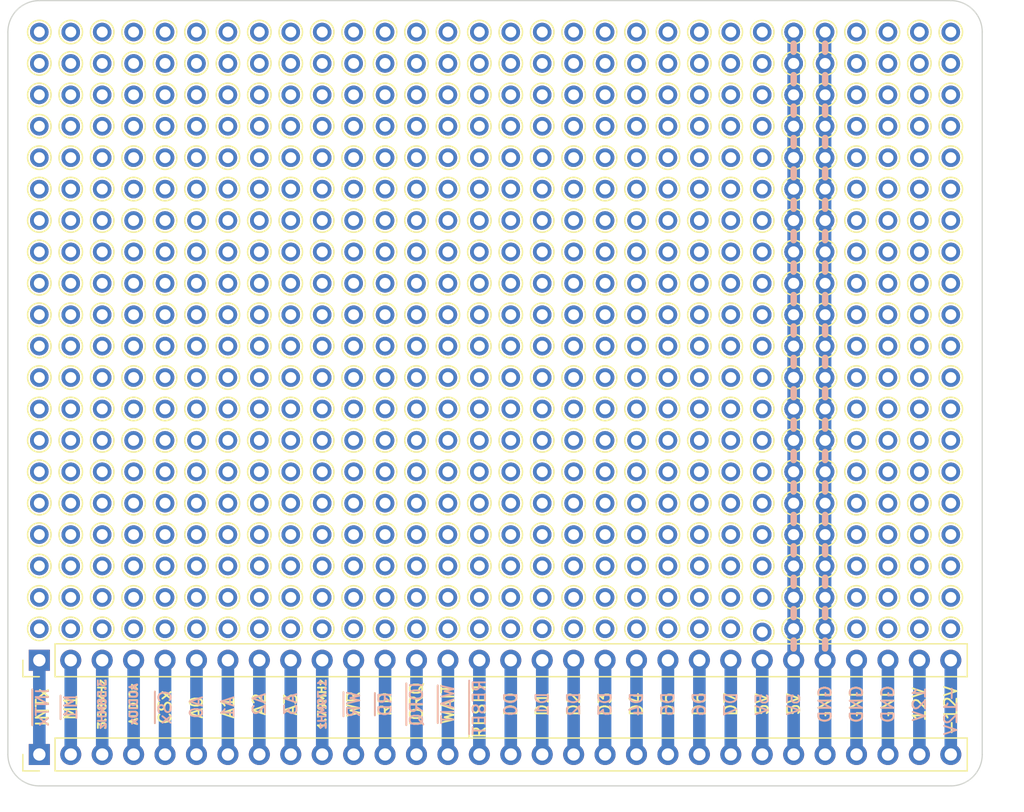
<source format=kicad_pcb>
(kicad_pcb (version 20211014) (generator pcbnew)
  (layers (0 "F.Cu" signal) (31 "B.Cu" signal) (34 "B.Paste" user) (35 "F.Paste" user) (36 "B.SilkS" user "B.Silkscreen") (37 "F.SilkS" user "F.Silkscreen") (38 "B.Mask" user) (39 "F.Mask" user) (44 "Edge.Cuts" user))
  (net 0 "")
  (net 1 "/GND")
  (net 2 "/~{INTx}")
  (net 3 "/~{M1}")
  (net 4 "/3.58MHz")
  (net 5 "/AUDIOx")
  (net 6 "/~{CSx}")
  (net 7 "/A0")
  (net 8 "/A1")
  (net 9 "/A2")
  (net 10 "/A3")
  (net 11 "/1.79MHz")
  (net 12 "/~{WR}")
  (net 13 "/~{RD}")
  (net 14 "/~{IORQ}")
  (net 15 "/~{WAIT}")
  (net 16 "/~{RESET}")
  (net 17 "/D0")
  (net 18 "/D1")
  (net 19 "/D2")
  (net 20 "/D3")
  (net 21 "/D4")
  (net 22 "/D5")
  (net 23 "/D6")
  (net 24 "/D7")
  (net 25 "/5V")
  (net 26 "/12V")
  (net 27 "/-12V")
  (footprint "TestPoint:TestPoint_THTPad_D1.5mm_Drill0.7mm" (layer "F.Cu") (at 121.693 74.422)
    (fp_text reference "REF**255" hide)
    (fp_text value "TestPoint_THTPad_D1.5mm_Drill0.7mm" hide)
  )
  (footprint "TestPoint:TestPoint_THTPad_D1.5mm_Drill0.7mm" (layer "F.Cu") (at 152.173 79.502)
    (fp_text reference "REF**326" hide)
    (fp_text value "TestPoint_THTPad_D1.5mm_Drill0.7mm" hide)
  )
  (footprint "TestPoint:TestPoint_THTPad_D1.5mm_Drill0.7mm" (layer "F.Cu") (at 103.913 82.042)
    (fp_text reference "REF**338" hide)
    (fp_text value "TestPoint_THTPad_D1.5mm_Drill0.7mm" hide)
  )
  (footprint "TestPoint:TestPoint_THTPad_D1.5mm_Drill0.7mm" (layer "F.Cu") (at 134.393 71.882)
    (fp_text reference "REF**230" hide)
    (fp_text value "TestPoint_THTPad_D1.5mm_Drill0.7mm" hide)
  )
  (footprint "TestPoint:TestPoint_THTPad_D1.5mm_Drill0.7mm" (layer "F.Cu") (at 149.633 69.342)
    (fp_text reference "REF**205" hide)
    (fp_text value "TestPoint_THTPad_D1.5mm_Drill0.7mm" hide)
  )
  (footprint "TestPoint:TestPoint_THTPad_D1.5mm_Drill0.7mm" (layer "F.Cu") (at 129.313 99.822)
    (fp_text reference "REF**558" hide)
    (fp_text value "TestPoint_THTPad_D1.5mm_Drill0.7mm" hide)
  )
  (footprint "TestPoint:TestPoint_THTPad_D1.5mm_Drill0.7mm" (layer "F.Cu") (at 126.773 54.102)
    (fp_text reference "REF**17" hide)
    (fp_text value "TestPoint_THTPad_D1.5mm_Drill0.7mm" hide)
  )
  (footprint "TestPoint:TestPoint_THTPad_D1.5mm_Drill0.7mm" (layer "F.Cu") (at 101.373 97.282)
    (fp_text reference "REF**517" hide)
    (fp_text value "TestPoint_THTPad_D1.5mm_Drill0.7mm" hide)
  )
  (footprint "TestPoint:TestPoint_THTPad_D1.5mm_Drill0.7mm" (layer "F.Cu") (at 154.713 97.282)
    (fp_text reference "REF**537" hide)
    (fp_text value "TestPoint_THTPad_D1.5mm_Drill0.7mm" hide)
  )
  (footprint "TestPoint:TestPoint_THTPad_D1.5mm_Drill0.7mm" (layer "F.Cu") (at 152.173 84.582)
    (fp_text reference "REF**386" hide)
    (fp_text value "TestPoint_THTPad_D1.5mm_Drill0.7mm" hide)
  )
  (footprint "TestPoint:TestPoint_THTPad_D1.5mm_Drill0.7mm" (layer "F.Cu") (at 134.393 56.642)
    (fp_text reference "REF**50" hide)
    (fp_text value "TestPoint_THTPad_D1.5mm_Drill0.7mm" hide)
  )
  (footprint "TestPoint:TestPoint_THTPad_D1.5mm_Drill0.7mm" (layer "F.Cu") (at 147.093 71.882)
    (fp_text reference "REF**113" hide)
    (fp_text value "TestPoint_THTPad_D1.5mm_Drill0.7mm" hide)
  )
  (footprint "TestPoint:TestPoint_THTPad_D1.5mm_Drill0.7mm" (layer "F.Cu") (at 134.393 99.822)
    (fp_text reference "REF**560" hide)
    (fp_text value "TestPoint_THTPad_D1.5mm_Drill0.7mm" hide)
  )
  (footprint "TestPoint:TestPoint_THTPad_D1.5mm_Drill0.7mm" (layer "F.Cu") (at 121.693 79.502)
    (fp_text reference "REF**315" hide)
    (fp_text value "TestPoint_THTPad_D1.5mm_Drill0.7mm" hide)
  )
  (footprint "TestPoint:TestPoint_THTPad_D1.5mm_Drill0.7mm" (layer "F.Cu") (at 136.933 61.722)
    (fp_text reference "REF**111" hide)
    (fp_text value "TestPoint_THTPad_D1.5mm_Drill0.7mm" hide)
  )
  (footprint "TestPoint:TestPoint_THTPad_D1.5mm_Drill0.7mm" (layer "F.Cu") (at 96.293 84.582)
    (fp_text reference "REF**365" hide)
    (fp_text value "TestPoint_THTPad_D1.5mm_Drill0.7mm" hide)
  )
  (footprint "TestPoint:TestPoint_THTPad_D1.5mm_Drill0.7mm" (layer "F.Cu") (at 98.833 71.882)
    (fp_text reference "REF**216" hide)
    (fp_text value "TestPoint_THTPad_D1.5mm_Drill0.7mm" hide)
  )
  (footprint "TestPoint:TestPoint_THTPad_D1.5mm_Drill0.7mm" (layer "F.Cu") (at 106.453 92.202)
    (fp_text reference "REF**459" hide)
    (fp_text value "TestPoint_THTPad_D1.5mm_Drill0.7mm" hide)
  )
  (footprint "TestPoint:TestPoint_THTPad_D1.5mm_Drill0.7mm" (layer "F.Cu") (at 131.853 71.882)
    (fp_text reference "REF**229" hide)
    (fp_text value "TestPoint_THTPad_D1.5mm_Drill0.7mm" hide)
  )
  (footprint "TestPoint:TestPoint_THTPad_D1.5mm_Drill0.7mm" (layer "F.Cu") (at 142.013 61.722)
    (fp_text reference "REF**114" hide)
    (fp_text value "TestPoint_THTPad_D1.5mm_Drill0.7mm" hide)
  )
  (footprint "TestPoint:TestPoint_THTPad_D1.5mm_Drill0.7mm" (layer "F.Cu") (at 142.013 64.262)
    (fp_text reference "REF**144" hide)
    (fp_text value "TestPoint_THTPad_D1.5mm_Drill0.7mm" hide)
  )
  (footprint "TestPoint:TestPoint_THTPad_D1.5mm_Drill0.7mm" (layer "F.Cu") (at 108.993 56.642)
    (fp_text reference "REF**40" hide)
    (fp_text value "TestPoint_THTPad_D1.5mm_Drill0.7mm" hide)
  )
  (footprint "TestPoint:TestPoint_THTPad_D1.5mm_Drill0.7mm" (layer "F.Cu") (at 119.153 69.342)
    (fp_text reference "REF**194" hide)
    (fp_text value "TestPoint_THTPad_D1.5mm_Drill0.7mm" hide)
  )
  (footprint "TestPoint:TestPoint_THTPad_D1.5mm_Drill0.7mm" (layer "F.Cu") (at 111.533 59.182)
    (fp_text reference "REF**71" hide)
    (fp_text value "TestPoint_THTPad_D1.5mm_Drill0.7mm" hide)
  )
  (footprint "TestPoint:TestPoint_THTPad_D1.5mm_Drill0.7mm" (layer "F.Cu") (at 106.453 94.742)
    (fp_text reference "REF**489" hide)
    (fp_text value "TestPoint_THTPad_D1.5mm_Drill0.7mm" hide)
  )
  (footprint "TestPoint:TestPoint_THTPad_D1.5mm_Drill0.7mm" (layer "F.Cu") (at 101.373 74.422)
    (fp_text reference "REF**247" hide)
    (fp_text value "TestPoint_THTPad_D1.5mm_Drill0.7mm" hide)
  )
  (footprint "TestPoint:TestPoint_THTPad_D1.5mm_Drill0.7mm" (layer "F.Cu") (at 126.773 102.362)
    (fp_text reference "REF**587" hide)
    (fp_text value "TestPoint_THTPad_D1.5mm_Drill0.7mm" hide)
  )
  (footprint "TestPoint:TestPoint_THTPad_D1.5mm_Drill0.7mm" (layer "F.Cu") (at 96.293 64.262)
    (fp_text reference "REF**125" hide)
    (fp_text value "TestPoint_THTPad_D1.5mm_Drill0.7mm" hide)
  )
  (footprint "TestPoint:TestPoint_THTPad_D1.5mm_Drill0.7mm" (layer "F.Cu") (at 139.473 97.282)
    (fp_text reference "REF**539" hide)
    (fp_text value "TestPoint_THTPad_D1.5mm_Drill0.7mm" hide)
  )
  (footprint "TestPoint:TestPoint_THTPad_D1.5mm_Drill0.7mm" (layer "F.Cu") (at 129.313 61.722)
    (fp_text reference "REF**108" hide)
    (fp_text value "TestPoint_THTPad_D1.5mm_Drill0.7mm" hide)
  )
  (footprint "TestPoint:TestPoint_THTPad_D1.5mm_Drill0.7mm" (layer "F.Cu") (at 88.673 79.502)
    (fp_text reference "REF**302" hide)
    (fp_text value "TestPoint_THTPad_D1.5mm_Drill0.7mm" hide)
  )
  (footprint "TestPoint:TestPoint_THTPad_D1.5mm_Drill0.7mm" (layer "F.Cu") (at 114.073 79.502)
    (fp_text reference "REF**312" hide)
    (fp_text value "TestPoint_THTPad_D1.5mm_Drill0.7mm" hide)
  )
  (footprint "TestPoint:TestPoint_THTPad_D1.5mm_Drill0.7mm" (layer "F.Cu") (at 134.393 102.362)
    (fp_text reference "REF**590" hide)
    (fp_text value "TestPoint_THTPad_D1.5mm_Drill0.7mm" hide)
  )
  (footprint "TestPoint:TestPoint_THTPad_D1.5mm_Drill0.7mm" (layer "F.Cu") (at 149.633 79.502)
    (fp_text reference "REF**325" hide)
    (fp_text value "TestPoint_THTPad_D1.5mm_Drill0.7mm" hide)
  )
  (footprint "TestPoint:TestPoint_THTPad_D1.5mm_Drill0.7mm" (layer "F.Cu") (at 152.173 89.662)
    (fp_text reference "REF**446" hide)
    (fp_text value "TestPoint_THTPad_D1.5mm_Drill0.7mm" hide)
  )
  (footprint "TestPoint:TestPoint_THTPad_D1.5mm_Drill0.7mm" (layer "F.Cu") (at 116.613 54.102)
    (fp_text reference "REF**13" hide)
    (fp_text value "TestPoint_THTPad_D1.5mm_Drill0.7mm" hide)
  )
  (footprint "TestPoint:TestPoint_THTPad_D1.5mm_Drill0.7mm" (layer "F.Cu") (at 91.213 82.042)
    (fp_text reference "REF**333" hide)
    (fp_text value "TestPoint_THTPad_D1.5mm_Drill0.7mm" hide)
  )
  (footprint "TestPoint:TestPoint_THTPad_D1.5mm_Drill0.7mm" (layer "F.Cu") (at 152.173 71.882)
    (fp_text reference "REF**236" hide)
    (fp_text value "TestPoint_THTPad_D1.5mm_Drill0.7mm" hide)
  )
  (footprint "TestPoint:TestPoint_THTPad_D1.5mm_Drill0.7mm" (layer "F.Cu") (at 152.173 87.122)
    (fp_text reference "REF**416" hide)
    (fp_text value "TestPoint_THTPad_D1.5mm_Drill0.7mm" hide)
  )
  (footprint "TestPoint:TestPoint_THTPad_D1.5mm_Drill0.7mm" (layer "F.Cu") (at 152.173 76.962)
    (fp_text reference "REF**296" hide)
    (fp_text value "TestPoint_THTPad_D1.5mm_Drill0.7mm" hide)
  )
  (footprint "TestPoint:TestPoint_THTPad_D1.5mm_Drill0.7mm" (layer "F.Cu") (at 126.773 87.122)
    (fp_text reference "REF**407" hide)
    (fp_text value "TestPoint_THTPad_D1.5mm_Drill0.7mm" hide)
  )
  (footprint "TestPoint:TestPoint_THTPad_D1.5mm_Drill0.7mm" (layer "F.Cu") (at 152.173 64.262)
    (fp_text reference "REF**146" hide)
    (fp_text value "TestPoint_THTPad_D1.5mm_Drill0.7mm" hide)
  )
  (footprint "TestPoint:TestPoint_THTPad_D1.5mm_Drill0.7mm" (layer "F.Cu") (at 111.533 69.342)
    (fp_text reference "REF**191" hide)
    (fp_text value "TestPoint_THTPad_D1.5mm_Drill0.7mm" hide)
  )
  (footprint "TestPoint:TestPoint_THTPad_D1.5mm_Drill0.7mm" (layer "F.Cu") (at 93.753 76.962)
    (fp_text reference "REF**274" hide)
    (fp_text value "TestPoint_THTPad_D1.5mm_Drill0.7mm" hide)
  )
  (footprint "TestPoint:TestPoint_THTPad_D1.5mm_Drill0.7mm" (layer "F.Cu") (at 124.233 102.362)
    (fp_text reference "REF**586" hide)
    (fp_text value "TestPoint_THTPad_D1.5mm_Drill0.7mm" hide)
  )
  (footprint "TestPoint:TestPoint_THTPad_D1.5mm_Drill0.7mm" (layer "F.Cu") (at 91.213 84.582)
    (fp_text reference "REF**363" hide)
    (fp_text value "TestPoint_THTPad_D1.5mm_Drill0.7mm" hide)
  )
  (footprint "TestPoint:TestPoint_THTPad_D1.5mm_Drill0.7mm" (layer "F.Cu") (at 106.453 66.802)
    (fp_text reference "REF**159" hide)
    (fp_text value "TestPoint_THTPad_D1.5mm_Drill0.7mm" hide)
  )
  (footprint "TestPoint:TestPoint_THTPad_D1.5mm_Drill0.7mm" (layer "F.Cu") (at 149.633 82.042)
    (fp_text reference "REF**355" hide)
    (fp_text value "TestPoint_THTPad_D1.5mm_Drill0.7mm" hide)
  )
  (footprint "TestPoint:TestPoint_THTPad_D1.5mm_Drill0.7mm" (layer "F.Cu") (at 88.673 94.742)
    (fp_text reference "REF**482" hide)
    (fp_text value "TestPoint_THTPad_D1.5mm_Drill0.7mm" hide)
  )
  (footprint "TestPoint:TestPoint_THTPad_D1.5mm_Drill0.7mm" (layer "F.Cu") (at 88.673 54.102)
    (fp_text reference "REF**2" hide)
    (fp_text value "TestPoint_THTPad_D1.5mm_Drill0.7mm" hide)
  )
  (footprint "TestPoint:TestPoint_THTPad_D1.5mm_Drill0.7mm" (layer "F.Cu") (at 142.013 71.882)
    (fp_text reference "REF**234" hide)
    (fp_text value "TestPoint_THTPad_D1.5mm_Drill0.7mm" hide)
  )
  (footprint "TestPoint:TestPoint_THTPad_D1.5mm_Drill0.7mm" (layer "F.Cu") (at 91.213 76.962)
    (fp_text reference "REF**273" hide)
    (fp_text value "TestPoint_THTPad_D1.5mm_Drill0.7mm" hide)
  )
  (footprint "TestPoint:TestPoint_THTPad_D1.5mm_Drill0.7mm" (layer "F.Cu") (at 88.673 56.642)
    (fp_text reference "REF**32" hide)
    (fp_text value "TestPoint_THTPad_D1.5mm_Drill0.7mm" hide)
  )
  (footprint "TestPoint:TestPoint_THTPad_D1.5mm_Drill0.7mm" (layer "F.Cu") (at 93.753 74.422)
    (fp_text reference "REF**244" hide)
    (fp_text value "TestPoint_THTPad_D1.5mm_Drill0.7mm" hide)
  )
  (footprint "TestPoint:TestPoint_THTPad_D1.5mm_Drill0.7mm" (layer "F.Cu") (at 129.313 94.742)
    (fp_text reference "REF**498" hide)
    (fp_text value "TestPoint_THTPad_D1.5mm_Drill0.7mm" hide)
  )
  (footprint "TestPoint:TestPoint_THTPad_D1.5mm_Drill0.7mm" (layer "F.Cu") (at 108.993 66.802)
    (fp_text reference "REF**160" hide)
    (fp_text value "TestPoint_THTPad_D1.5mm_Drill0.7mm" hide)
  )
  (footprint "TestPoint:TestPoint_THTPad_D1.5mm_Drill0.7mm" (layer "F.Cu") (at 106.453 54.102)
    (fp_text reference "REF**9" hide)
    (fp_text value "TestPoint_THTPad_D1.5mm_Drill0.7mm" hide)
  )
  (footprint "TestPoint:TestPoint_THTPad_D1.5mm_Drill0.7mm" (layer "F.Cu") (at 108.993 89.662)
    (fp_text reference "REF**430" hide)
    (fp_text value "TestPoint_THTPad_D1.5mm_Drill0.7mm" hide)
  )
  (footprint "TestPoint:TestPoint_THTPad_D1.5mm_Drill0.7mm" (layer "F.Cu") (at 142.013 97.282)
    (fp_text reference "REF**534" hide)
    (fp_text value "TestPoint_THTPad_D1.5mm_Drill0.7mm" hide)
  )
  (footprint "TestPoint:TestPoint_THTPad_D1.5mm_Drill0.7mm" (layer "F.Cu") (at 149.633 87.122)
    (fp_text reference "REF**415" hide)
    (fp_text value "TestPoint_THTPad_D1.5mm_Drill0.7mm" hide)
  )
  (footprint "TestPoint:TestPoint_THTPad_D1.5mm_Drill0.7mm" (layer "F.Cu") (at 139.473 89.662)
    (fp_text reference "REF**449" hide)
    (fp_text value "TestPoint_THTPad_D1.5mm_Drill0.7mm" hide)
  )
  (footprint "TestPoint:TestPoint_THTPad_D1.5mm_Drill0.7mm" (layer "F.Cu") (at 142.013 54.102)
    (fp_text reference "REF**24" hide)
    (fp_text value "TestPoint_THTPad_D1.5mm_Drill0.7mm" hide)
  )
  (footprint "TestPoint:TestPoint_THTPad_D1.5mm_Drill0.7mm" (layer "F.Cu") (at 126.773 66.802)
    (fp_text reference "REF**167" hide)
    (fp_text value "TestPoint_THTPad_D1.5mm_Drill0.7mm" hide)
  )
  (footprint "TestPoint:TestPoint_THTPad_D1.5mm_Drill0.7mm" (layer "F.Cu") (at 131.853 99.822)
    (fp_text reference "REF**559" hide)
    (fp_text value "TestPoint_THTPad_D1.5mm_Drill0.7mm" hide)
  )
  (footprint "TestPoint:TestPoint_THTPad_D1.5mm_Drill0.7mm" (layer "F.Cu") (at 101.373 94.742)
    (fp_text reference "REF**487" hide)
    (fp_text value "TestPoint_THTPad_D1.5mm_Drill0.7mm" hide)
  )
  (footprint "TestPoint:TestPoint_THTPad_D1.5mm_Drill0.7mm" (layer "F.Cu") (at 103.913 89.662)
    (fp_text reference "REF**428" hide)
    (fp_text value "TestPoint_THTPad_D1.5mm_Drill0.7mm" hide)
  )
  (footprint "TestPoint:TestPoint_THTPad_D1.5mm_Drill0.7mm" (layer "F.Cu") (at 129.313 92.202)
    (fp_text reference "REF**468" hide)
    (fp_text value "TestPoint_THTPad_D1.5mm_Drill0.7mm" hide)
  )
  (footprint "TestPoint:TestPoint_THTPad_D1.5mm_Drill0.7mm" (layer "F.Cu") (at 147.093 99.822)
    (fp_text reference "REF**292" hide)
    (fp_text value "TestPoint_THTPad_D1.5mm_Drill0.7mm" hide)
  )
  (footprint "TestPoint:TestPoint_THTPad_D1.5mm_Drill0.7mm" (layer "F.Cu") (at 93.753 92.202)
    (fp_text reference "REF**454" hide)
    (fp_text value "TestPoint_THTPad_D1.5mm_Drill0.7mm" hide)
  )
  (footprint "TestPoint:TestPoint_THTPad_D1.5mm_Drill0.7mm" (layer "F.Cu") (at 119.153 92.202)
    (fp_text reference "REF**464" hide)
    (fp_text value "TestPoint_THTPad_D1.5mm_Drill0.7mm" hide)
  )
  (footprint "TestPoint:TestPoint_THTPad_D1.5mm_Drill0.7mm" (layer "F.Cu") (at 136.933 79.502)
    (fp_text reference "REF**321" hide)
    (fp_text value "TestPoint_THTPad_D1.5mm_Drill0.7mm" hide)
  )
  (footprint "TestPoint:TestPoint_THTPad_D1.5mm_Drill0.7mm" (layer "F.Cu") (at 142.013 99.822)
    (fp_text reference "REF**564" hide)
    (fp_text value "TestPoint_THTPad_D1.5mm_Drill0.7mm" hide)
  )
  (footprint "TestPoint:TestPoint_THTPad_D1.5mm_Drill0.7mm" (layer "F.Cu") (at 116.613 64.262)
    (fp_text reference "REF**133" hide)
    (fp_text value "TestPoint_THTPad_D1.5mm_Drill0.7mm" hide)
  )
  (footprint "TestPoint:TestPoint_THTPad_D1.5mm_Drill0.7mm" (layer "F.Cu") (at 86.133 102.362)
    (fp_text reference "REF**571" hide)
    (fp_text value "TestPoint_THTPad_D1.5mm_Drill0.7mm" hide)
  )
  (footprint "TestPoint:TestPoint_THTPad_D1.5mm_Drill0.7mm" (layer "F.Cu") (at 144.553 79.502)
    (fp_text reference "REF**609" hide)
    (fp_text value "TestPoint_THTPad_D1.5mm_Drill0.7mm" hide)
  )
  (footprint "TestPoint:TestPoint_THTPad_D1.5mm_Drill0.7mm" (layer "F.Cu") (at 96.293 79.502)
    (fp_text reference "REF**305" hide)
    (fp_text value "TestPoint_THTPad_D1.5mm_Drill0.7mm" hide)
  )
  (footprint "TestPoint:TestPoint_THTPad_D1.5mm_Drill0.7mm" (layer "F.Cu") (at 131.853 89.662)
    (fp_text reference "REF**439" hide)
    (fp_text value "TestPoint_THTPad_D1.5mm_Drill0.7mm" hide)
  )
  (footprint "TestPoint:TestPoint_THTPad_D1.5mm_Drill0.7mm" (layer "F.Cu") (at 147.093 84.582)
    (fp_text reference "REF**202" hide)
    (fp_text value "TestPoint_THTPad_D1.5mm_Drill0.7mm" hide)
  )
  (footprint "TestPoint:TestPoint_THTPad_D1.5mm_Drill0.7mm" (layer "F.Cu") (at 108.993 99.822)
    (fp_text reference "REF**550" hide)
    (fp_text value "TestPoint_THTPad_D1.5mm_Drill0.7mm" hide)
  )
  (footprint "TestPoint:TestPoint_THTPad_D1.5mm_Drill0.7mm" (layer "F.Cu") (at 96.293 74.422)
    (fp_text reference "REF**245" hide)
    (fp_text value "TestPoint_THTPad_D1.5mm_Drill0.7mm" hide)
  )
  (footprint "TestPoint:TestPoint_THTPad_D1.5mm_Drill0.7mm" (layer "F.Cu") (at 157.253 54.102)
    (fp_text reference "REF**28" hide)
    (fp_text value "TestPoint_THTPad_D1.5mm_Drill0.7mm" hide)
  )
  (footprint "TestPoint:TestPoint_THTPad_D1.5mm_Drill0.7mm" (layer "F.Cu") (at 152.173 61.722)
    (fp_text reference "REF**116" hide)
    (fp_text value "TestPoint_THTPad_D1.5mm_Drill0.7mm" hide)
  )
  (footprint "TestPoint:TestPoint_THTPad_D1.5mm_Drill0.7mm" (layer "F.Cu") (at 154.713 76.962)
    (fp_text reference "REF**297" hide)
    (fp_text value "TestPoint_THTPad_D1.5mm_Drill0.7mm" hide)
  )
  (footprint "TestPoint:TestPoint_THTPad_D1.5mm_Drill0.7mm" (layer "F.Cu") (at 126.773 59.182)
    (fp_text reference "REF**77" hide)
    (fp_text value "TestPoint_THTPad_D1.5mm_Drill0.7mm" hide)
  )
  (footprint "TestPoint:TestPoint_THTPad_D1.5mm_Drill0.7mm" (layer "F.Cu") (at 121.693 102.362)
    (fp_text reference "REF**585" hide)
    (fp_text value "TestPoint_THTPad_D1.5mm_Drill0.7mm" hide)
  )
  (footprint "TestPoint:TestPoint_THTPad_D1.5mm_Drill0.7mm" (layer "F.Cu") (at 83.593 92.202)
    (fp_text reference "REF**450" hide)
    (fp_text value "TestPoint_THTPad_D1.5mm_Drill0.7mm" hide)
  )
  (footprint "TestPoint:TestPoint_THTPad_D1.5mm_Drill0.7mm" (layer "F.Cu") (at 91.213 64.262)
    (fp_text reference "REF**123" hide)
    (fp_text value "TestPoint_THTPad_D1.5mm_Drill0.7mm" hide)
  )
  (footprint "TestPoint:TestPoint_THTPad_D1.5mm_Drill0.7mm" (layer "F.Cu") (at 98.833 102.362)
    (fp_text reference "REF**576" hide)
    (fp_text value "TestPoint_THTPad_D1.5mm_Drill0.7mm" hide)
  )
  (footprint "TestPoint:TestPoint_THTPad_D1.5mm_Drill0.7mm" (layer "F.Cu") (at 119.153 102.362)
    (fp_text reference "REF**584" hide)
    (fp_text value "TestPoint_THTPad_D1.5mm_Drill0.7mm" hide)
  )
  (footprint "TestPoint:TestPoint_THTPad_D1.5mm_Drill0.7mm" (layer "F.Cu") (at 106.453 87.122)
    (fp_text reference "REF**399" hide)
    (fp_text value "TestPoint_THTPad_D1.5mm_Drill0.7mm" hide)
  )
  (footprint "TestPoint:TestPoint_THTPad_D1.5mm_Drill0.7mm" (layer "F.Cu") (at 103.913 59.182)
    (fp_text reference "REF**68" hide)
    (fp_text value "TestPoint_THTPad_D1.5mm_Drill0.7mm" hide)
  )
  (footprint "TestPoint:TestPoint_THTPad_D1.5mm_Drill0.7mm" (layer "F.Cu") (at 144.553 69.342)
    (fp_text reference "REF**605" hide)
    (fp_text value "TestPoint_THTPad_D1.5mm_Drill0.7mm" hide)
  )
  (footprint "TestPoint:TestPoint_THTPad_D1.5mm_Drill0.7mm" (layer "F.Cu") (at 91.213 71.882)
    (fp_text reference "REF**213" hide)
    (fp_text value "TestPoint_THTPad_D1.5mm_Drill0.7mm" hide)
  )
  (footprint "TestPoint:TestPoint_THTPad_D1.5mm_Drill0.7mm" (layer "F.Cu") (at 108.993 61.722)
    (fp_text reference "REF**100" hide)
    (fp_text value "TestPoint_THTPad_D1.5mm_Drill0.7mm" hide)
  )
  (footprint "Connector_PinHeader_2.54mm:PinHeader_1x30_P2.54mm_Vertical" (layer "F.Cu") (at 83.593 104.902 90)
    (fp_text reference "J2")
    (fp_text value "NabuExp")
  )
  (footprint "TestPoint:TestPoint_THTPad_D1.5mm_Drill0.7mm" (layer "F.Cu") (at 131.853 97.282)
    (fp_text reference "REF**529" hide)
    (fp_text value "TestPoint_THTPad_D1.5mm_Drill0.7mm" hide)
  )
  (footprint "TestPoint:TestPoint_THTPad_D1.5mm_Drill0.7mm" (layer "F.Cu") (at 103.913 102.362)
    (fp_text reference "REF**578" hide)
    (fp_text value "TestPoint_THTPad_D1.5mm_Drill0.7mm" hide)
  )
  (footprint "TestPoint:TestPoint_THTPad_D1.5mm_Drill0.7mm" (layer "F.Cu") (at 101.373 54.102)
    (fp_text reference "REF**7" hide)
    (fp_text value "TestPoint_THTPad_D1.5mm_Drill0.7mm" hide)
  )
  (footprint "TestPoint:TestPoint_THTPad_D1.5mm_Drill0.7mm" (layer "F.Cu") (at 106.453 74.422)
    (fp_text reference "REF**249" hide)
    (fp_text value "TestPoint_THTPad_D1.5mm_Drill0.7mm" hide)
  )
  (footprint "TestPoint:TestPoint_THTPad_D1.5mm_Drill0.7mm" (layer "F.Cu") (at 154.713 64.262)
    (fp_text reference "REF**147" hide)
    (fp_text value "TestPoint_THTPad_D1.5mm_Drill0.7mm" hide)
  )
  (footprint "TestPoint:TestPoint_THTPad_D1.5mm_Drill0.7mm" (layer "F.Cu") (at 157.253 61.722)
    (fp_text reference "REF**118" hide)
    (fp_text value "TestPoint_THTPad_D1.5mm_Drill0.7mm" hide)
  )
  (footprint "TestPoint:TestPoint_THTPad_D1.5mm_Drill0.7mm" (layer "F.Cu") (at 83.593 94.742)
    (fp_text reference "REF**480" hide)
    (fp_text value "TestPoint_THTPad_D1.5mm_Drill0.7mm" hide)
  )
  (footprint "TestPoint:TestPoint_THTPad_D1.5mm_Drill0.7mm" (layer "F.Cu") (at 144.553 61.722)
    (fp_text reference "REF**602" hide)
    (fp_text value "TestPoint_THTPad_D1.5mm_Drill0.7mm" hide)
  )
  (footprint "TestPoint:TestPoint_THTPad_D1.5mm_Drill0.7mm" (layer "F.Cu") (at 144.553 76.962)
    (fp_text reference "REF**608" hide)
    (fp_text value "TestPoint_THTPad_D1.5mm_Drill0.7mm" hide)
  )
  (footprint "TestPoint:TestPoint_THTPad_D1.5mm_Drill0.7mm" (layer "F.Cu") (at 101.373 76.962)
    (fp_text reference "REF**277" hide)
    (fp_text value "TestPoint_THTPad_D1.5mm_Drill0.7mm" hide)
  )
  (footprint "TestPoint:TestPoint_THTPad_D1.5mm_Drill0.7mm" (layer "F.Cu") (at 144.553 84.582)
    (fp_text reference "REF**611" hide)
    (fp_text value "TestPoint_THTPad_D1.5mm_Drill0.7mm" hide)
  )
  (footprint "TestPoint:TestPoint_THTPad_D1.5mm_Drill0.7mm" (layer "F.Cu") (at 91.213 99.822)
    (fp_text reference "REF**543" hide)
    (fp_text value "TestPoint_THTPad_D1.5mm_Drill0.7mm" hide)
  )
  (footprint "TestPoint:TestPoint_THTPad_D1.5mm_Drill0.7mm" (layer "F.Cu") (at 139.473 94.742)
    (fp_text reference "REF**509" hide)
    (fp_text value "TestPoint_THTPad_D1.5mm_Drill0.7mm" hide)
  )
  (footprint "TestPoint:TestPoint_THTPad_D1.5mm_Drill0.7mm" (layer "F.Cu") (at 121.693 61.722)
    (fp_text reference "REF**105" hide)
    (fp_text value "TestPoint_THTPad_D1.5mm_Drill0.7mm" hide)
  )
  (footprint "TestPoint:TestPoint_THTPad_D1.5mm_Drill0.7mm" (layer "F.Cu") (at 103.913 97.282)
    (fp_text reference "REF**518" hide)
    (fp_text value "TestPoint_THTPad_D1.5mm_Drill0.7mm" hide)
  )
  (footprint "TestPoint:TestPoint_THTPad_D1.5mm_Drill0.7mm" (layer "F.Cu") (at 88.673 61.722)
    (fp_text reference "REF**92" hide)
    (fp_text value "TestPoint_THTPad_D1.5mm_Drill0.7mm" hide)
  )
  (footprint "TestPoint:TestPoint_THTPad_D1.5mm_Drill0.7mm" (layer "F.Cu") (at 142.013 59.182)
    (fp_text reference "REF**84" hide)
    (fp_text value "TestPoint_THTPad_D1.5mm_Drill0.7mm" hide)
  )
  (footprint "TestPoint:TestPoint_THTPad_D1.5mm_Drill0.7mm" (layer "F.Cu") (at 103.913 87.122)
    (fp_text reference "REF**398" hide)
    (fp_text value "TestPoint_THTPad_D1.5mm_Drill0.7mm" hide)
  )
  (footprint "TestPoint:TestPoint_THTPad_D1.5mm_Drill0.7mm" (layer "F.Cu") (at 157.253 82.042)
    (fp_text reference "REF**358" hide)
    (fp_text value "TestPoint_THTPad_D1.5mm_Drill0.7mm" hide)
  )
  (footprint "TestPoint:TestPoint_THTPad_D1.5mm_Drill0.7mm" (layer "F.Cu") (at 121.693 66.802)
    (fp_text reference "REF**165" hide)
    (fp_text value "TestPoint_THTPad_D1.5mm_Drill0.7mm" hide)
  )
  (footprint "TestPoint:TestPoint_THTPad_D1.5mm_Drill0.7mm" (layer "F.Cu") (at 149.633 102.362)
    (fp_text reference "REF**595" hide)
    (fp_text value "TestPoint_THTPad_D1.5mm_Drill0.7mm" hide)
  )
  (footprint "TestPoint:TestPoint_THTPad_D1.5mm_Drill0.7mm" (layer "F.Cu") (at 98.833 66.802)
    (fp_text reference "REF**156" hide)
    (fp_text value "TestPoint_THTPad_D1.5mm_Drill0.7mm" hide)
  )
  (footprint "TestPoint:TestPoint_THTPad_D1.5mm_Drill0.7mm" (layer "F.Cu") (at 157.253 92.202)
    (fp_text reference "REF**478" hide)
    (fp_text value "TestPoint_THTPad_D1.5mm_Drill0.7mm" hide)
  )
  (footprint "TestPoint:TestPoint_THTPad_D1.5mm_Drill0.7mm" (layer "F.Cu") (at 129.313 69.342)
    (fp_text reference "REF**198" hide)
    (fp_text value "TestPoint_THTPad_D1.5mm_Drill0.7mm" hide)
  )
  (footprint "TestPoint:TestPoint_THTPad_D1.5mm_Drill0.7mm" (layer "F.Cu") (at 139.473 66.802)
    (fp_text reference "REF**179" hide)
    (fp_text value "TestPoint_THTPad_D1.5mm_Drill0.7mm" hide)
  )
  (footprint "TestPoint:TestPoint_THTPad_D1.5mm_Drill0.7mm" (layer "F.Cu") (at 96.293 69.342)
    (fp_text reference "REF**185" hide)
    (fp_text value "TestPoint_THTPad_D1.5mm_Drill0.7mm" hide)
  )
  (footprint "TestPoint:TestPoint_THTPad_D1.5mm_Drill0.7mm" (layer "F.Cu") (at 136.933 87.122)
    (fp_text reference "REF**411" hide)
    (fp_text value "TestPoint_THTPad_D1.5mm_Drill0.7mm" hide)
  )
  (footprint "TestPoint:TestPoint_THTPad_D1.5mm_Drill0.7mm" (layer "F.Cu") (at 88.673 87.122)
    (fp_text reference "REF**392" hide)
    (fp_text value "TestPoint_THTPad_D1.5mm_Drill0.7mm" hide)
  )
  (footprint "TestPoint:TestPoint_THTPad_D1.5mm_Drill0.7mm" (layer "F.Cu") (at 154.713 82.042)
    (fp_text reference "REF**357" hide)
    (fp_text value "TestPoint_THTPad_D1.5mm_Drill0.7mm" hide)
  )
  (footprint "TestPoint:TestPoint_THTPad_D1.5mm_Drill0.7mm" (layer "F.Cu") (at 83.593 76.962)
    (fp_text reference "REF**270" hide)
    (fp_text value "TestPoint_THTPad_D1.5mm_Drill0.7mm" hide)
  )
  (footprint "TestPoint:TestPoint_THTPad_D1.5mm_Drill0.7mm" (layer "F.Cu") (at 121.693 89.662)
    (fp_text reference "REF**435" hide)
    (fp_text value "TestPoint_THTPad_D1.5mm_Drill0.7mm" hide)
  )
  (footprint "TestPoint:TestPoint_THTPad_D1.5mm_Drill0.7mm" (layer "F.Cu") (at 154.713 56.642)
    (fp_text reference "REF**57" hide)
    (fp_text value "TestPoint_THTPad_D1.5mm_Drill0.7mm" hide)
  )
  (footprint "TestPoint:TestPoint_THTPad_D1.5mm_Drill0.7mm" (layer "F.Cu") (at 121.693 76.962)
    (fp_text reference "REF**285" hide)
    (fp_text value "TestPoint_THTPad_D1.5mm_Drill0.7mm" hide)
  )
  (footprint "TestPoint:TestPoint_THTPad_D1.5mm_Drill0.7mm" (layer "F.Cu") (at 101.373 89.662)
    (fp_text reference "REF**427" hide)
    (fp_text value "TestPoint_THTPad_D1.5mm_Drill0.7mm" hide)
  )
  (footprint "TestPoint:TestPoint_THTPad_D1.5mm_Drill0.7mm" (layer "F.Cu") (at 119.153 79.502)
    (fp_text reference "REF**314" hide)
    (fp_text value "TestPoint_THTPad_D1.5mm_Drill0.7mm" hide)
  )
  (footprint "TestPoint:TestPoint_THTPad_D1.5mm_Drill0.7mm" (layer "F.Cu") (at 106.453 102.362)
    (fp_text reference "REF**579" hide)
    (fp_text value "TestPoint_THTPad_D1.5mm_Drill0.7mm" hide)
  )
  (footprint "TestPoint:TestPoint_THTPad_D1.5mm_Drill0.7mm" (layer "F.Cu") (at 129.313 59.182)
    (fp_text reference "REF**78" hide)
    (fp_text value "TestPoint_THTPad_D1.5mm_Drill0.7mm" hide)
  )
  (footprint "TestPoint:TestPoint_THTPad_D1.5mm_Drill0.7mm" (layer "F.Cu") (at 106.453 84.582)
    (fp_text reference "REF**369" hide)
    (fp_text value "TestPoint_THTPad_D1.5mm_Drill0.7mm" hide)
  )
  (footprint "TestPoint:TestPoint_THTPad_D1.5mm_Drill0.7mm" (layer "F.Cu") (at 126.773 61.722)
    (fp_text reference "REF**107" hide)
    (fp_text value "TestPoint_THTPad_D1.5mm_Drill0.7mm" hide)
  )
  (footprint "TestPoint:TestPoint_THTPad_D1.5mm_Drill0.7mm" (layer "F.Cu") (at 136.933 71.882)
    (fp_text reference "REF**231" hide)
    (fp_text value "TestPoint_THTPad_D1.5mm_Drill0.7mm" hide)
  )
  (footprint "TestPoint:TestPoint_THTPad_D1.5mm_Drill0.7mm" (layer "F.Cu") (at 121.693 69.342)
    (fp_text reference "REF**195" hide)
    (fp_text value "TestPoint_THTPad_D1.5mm_Drill0.7mm" hide)
  )
  (footprint "TestPoint:TestPoint_THTPad_D1.5mm_Drill0.7mm" (layer "F.Cu") (at 144.553 82.042)
    (fp_text reference "REF**610" hide)
    (fp_text value "TestPoint_THTPad_D1.5mm_Drill0.7mm" hide)
  )
  (footprint "TestPoint:TestPoint_THTPad_D1.5mm_Drill0.7mm" (layer "F.Cu") (at 119.153 87.122)
    (fp_text reference "REF**404" hide)
    (fp_text value "TestPoint_THTPad_D1.5mm_Drill0.7mm" hide)
  )
  (footprint "TestPoint:TestPoint_THTPad_D1.5mm_Drill0.7mm" (layer "F.Cu") (at 131.853 79.502)
    (fp_text reference "REF**319" hide)
    (fp_text value "TestPoint_THTPad_D1.5mm_Drill0.7mm" hide)
  )
  (footprint "TestPoint:TestPoint_THTPad_D1.5mm_Drill0.7mm" (layer "F.Cu") (at 121.693 84.582)
    (fp_text reference "REF**375" hide)
    (fp_text value "TestPoint_THTPad_D1.5mm_Drill0.7mm" hide)
  )
  (footprint "TestPoint:TestPoint_THTPad_D1.5mm_Drill0.7mm" (layer "F.Cu") (at 98.833 54.102)
    (fp_text reference "REF**6" hide)
    (fp_text value "TestPoint_THTPad_D1.5mm_Drill0.7mm" hide)
  )
  (footprint "TestPoint:TestPoint_THTPad_D1.5mm_Drill0.7mm" (layer "F.Cu") (at 124.233 82.042)
    (fp_text reference "REF**346" hide)
    (fp_text value "TestPoint_THTPad_D1.5mm_Drill0.7mm" hide)
  )
  (footprint "TestPoint:TestPoint_THTPad_D1.5mm_Drill0.7mm" (layer "F.Cu") (at 131.853 76.962)
    (fp_text reference "REF**289" hide)
    (fp_text value "TestPoint_THTPad_D1.5mm_Drill0.7mm" hide)
  )
  (footprint "TestPoint:TestPoint_THTPad_D1.5mm_Drill0.7mm" (layer "F.Cu") (at 119.153 56.642)
    (fp_text reference "REF**44" hide)
    (fp_text value "TestPoint_THTPad_D1.5mm_Drill0.7mm" hide)
  )
  (footprint "TestPoint:TestPoint_THTPad_D1.5mm_Drill0.7mm" (layer "F.Cu") (at 144.553 92.202)
    (fp_text reference "REF**614" hide)
    (fp_text value "TestPoint_THTPad_D1.5mm_Drill0.7mm" hide)
  )
  (footprint "TestPoint:TestPoint_THTPad_D1.5mm_Drill0.7mm" (layer "F.Cu") (at 139.473 64.262)
    (fp_text reference "REF**149" hide)
    (fp_text value "TestPoint_THTPad_D1.5mm_Drill0.7mm" hide)
  )
  (footprint "TestPoint:TestPoint_THTPad_D1.5mm_Drill0.7mm" (layer "F.Cu") (at 83.593 99.822)
    (fp_text reference "REF**540" hide)
    (fp_text value "TestPoint_THTPad_D1.5mm_Drill0.7mm" hide)
  )
  (footprint "TestPoint:TestPoint_THTPad_D1.5mm_Drill0.7mm" (layer "F.Cu") (at 134.393 54.102)
    (fp_text reference "REF**20" hide)
    (fp_text value "TestPoint_THTPad_D1.5mm_Drill0.7mm" hide)
  )
  (footprint "TestPoint:TestPoint_THTPad_D1.5mm_Drill0.7mm" (layer "F.Cu") (at 154.713 89.662)
    (fp_text reference "REF**447" hide)
    (fp_text value "TestPoint_THTPad_D1.5mm_Drill0.7mm" hide)
  )
  (footprint "TestPoint:TestPoint_THTPad_D1.5mm_Drill0.7mm" (layer "F.Cu") (at 93.753 56.642)
    (fp_text reference "REF**34" hide)
    (fp_text value "TestPoint_THTPad_D1.5mm_Drill0.7mm" hide)
  )
  (footprint "TestPoint:TestPoint_THTPad_D1.5mm_Drill0.7mm" (layer "F.Cu") (at 103.913 56.642)
    (fp_text reference "REF**38" hide)
    (fp_text value "TestPoint_THTPad_D1.5mm_Drill0.7mm" hide)
  )
  (footprint "TestPoint:TestPoint_THTPad_D1.5mm_Drill0.7mm" (layer "F.Cu") (at 157.253 97.282)
    (fp_text reference "REF**538" hide)
    (fp_text value "TestPoint_THTPad_D1.5mm_Drill0.7mm" hide)
  )
  (footprint "TestPoint:TestPoint_THTPad_D1.5mm_Drill0.7mm" (layer "F.Cu") (at 124.233 94.742)
    (fp_text reference "REF**496" hide)
    (fp_text value "TestPoint_THTPad_D1.5mm_Drill0.7mm" hide)
  )
  (footprint "TestPoint:TestPoint_THTPad_D1.5mm_Drill0.7mm" (layer "F.Cu") (at 86.133 69.342)
    (fp_text reference "REF**181" hide)
    (fp_text value "TestPoint_THTPad_D1.5mm_Drill0.7mm" hide)
  )
  (footprint "TestPoint:TestPoint_THTPad_D1.5mm_Drill0.7mm" (layer "F.Cu") (at 157.253 87.122)
    (fp_text reference "REF**418" hide)
    (fp_text value "TestPoint_THTPad_D1.5mm_Drill0.7mm" hide)
  )
  (footprint "TestPoint:TestPoint_THTPad_D1.5mm_Drill0.7mm" (layer "F.Cu") (at 134.393 84.582)
    (fp_text reference "REF**380" hide)
    (fp_text value "TestPoint_THTPad_D1.5mm_Drill0.7mm" hide)
  )
  (footprint "TestPoint:TestPoint_THTPad_D1.5mm_Drill0.7mm" (layer "F.Cu") (at 139.473 79.502)
    (fp_text reference "REF**329" hide)
    (fp_text value "TestPoint_THTPad_D1.5mm_Drill0.7mm" hide)
  )
  (footprint "TestPoint:TestPoint_THTPad_D1.5mm_Drill0.7mm" (layer "F.Cu") (at 121.693 99.822)
    (fp_text reference "REF**555" hide)
    (fp_text value "TestPoint_THTPad_D1.5mm_Drill0.7mm" hide)
  )
  (footprint "TestPoint:TestPoint_THTPad_D1.5mm_Drill0.7mm" (layer "F.Cu") (at 139.473 54.102)
    (fp_text reference "REF**29" hide)
    (fp_text value "TestPoint_THTPad_D1.5mm_Drill0.7mm" hide)
  )
  (footprint "TestPoint:TestPoint_THTPad_D1.5mm_Drill0.7mm" (layer "F.Cu") (at 126.773 94.742)
    (fp_text reference "REF**497" hide)
    (fp_text value "TestPoint_THTPad_D1.5mm_Drill0.7mm" hide)
  )
  (footprint "TestPoint:TestPoint_THTPad_D1.5mm_Drill0.7mm" (layer "F.Cu") (at 101.373 79.502)
    (fp_text reference "REF**307" hide)
    (fp_text value "TestPoint_THTPad_D1.5mm_Drill0.7mm" hide)
  )
  (footprint "TestPoint:TestPoint_THTPad_D1.5mm_Drill0.7mm" (layer "F.Cu") (at 129.313 102.362)
    (fp_text reference "REF**588" hide)
    (fp_text value "TestPoint_THTPad_D1.5mm_Drill0.7mm" hide)
  )
  (footprint "TestPoint:TestPoint_THTPad_D1.5mm_Drill0.7mm" (layer "F.Cu") (at 147.093 59.182)
    (fp_text reference "REF**52" hide)
    (fp_text value "TestPoint_THTPad_D1.5mm_Drill0.7mm" hide)
  )
  (footprint "TestPoint:TestPoint_THTPad_D1.5mm_Drill0.7mm" (layer "F.Cu") (at 134.393 74.422)
    (fp_text reference "REF**260" hide)
    (fp_text value "TestPoint_THTPad_D1.5mm_Drill0.7mm" hide)
  )
  (footprint "TestPoint:TestPoint_THTPad_D1.5mm_Drill0.7mm" (layer "F.Cu") (at 147.093 79.502)
    (fp_text reference "REF**172" hide)
    (fp_text value "TestPoint_THTPad_D1.5mm_Drill0.7mm" hide)
  )
  (footprint "TestPoint:TestPoint_THTPad_D1.5mm_Drill0.7mm" (layer "F.Cu") (at 134.393 94.742)
    (fp_text reference "REF**500" hide)
    (fp_text value "TestPoint_THTPad_D1.5mm_Drill0.7mm" hide)
  )
  (footprint "TestPoint:TestPoint_THTPad_D1.5mm_Drill0.7mm" (layer "F.Cu") (at 147.093 97.282)
    (fp_text reference "REF**263" hide)
    (fp_text value "TestPoint_THTPad_D1.5mm_Drill0.7mm" hide)
  )
  (footprint "TestPoint:TestPoint_THTPad_D1.5mm_Drill0.7mm" (layer "F.Cu") (at 157.253 66.802)
    (fp_text reference "REF**178" hide)
    (fp_text value "TestPoint_THTPad_D1.5mm_Drill0.7mm" hide)
  )
  (footprint "TestPoint:TestPoint_THTPad_D1.5mm_Drill0.7mm" (layer "F.Cu") (at 111.533 92.202)
    (fp_text reference "REF**461" hide)
    (fp_text value "TestPoint_THTPad_D1.5mm_Drill0.7mm" hide)
  )
  (footprint "TestPoint:TestPoint_THTPad_D1.5mm_Drill0.7mm" (layer "F.Cu") (at 154.713 99.822)
    (fp_text reference "REF**567" hide)
    (fp_text value "TestPoint_THTPad_D1.5mm_Drill0.7mm" hide)
  )
  (footprint "TestPoint:TestPoint_THTPad_D1.5mm_Drill0.7mm" (layer "F.Cu") (at 131.853 84.582)
    (fp_text reference "REF**379" hide)
    (fp_text value "TestPoint_THTPad_D1.5mm_Drill0.7mm" hide)
  )
  (footprint "TestPoint:TestPoint_THTPad_D1.5mm_Drill0.7mm" (layer "F.Cu") (at 119.153 84.582)
    (fp_text reference "REF**374" hide)
    (fp_text value "TestPoint_THTPad_D1.5mm_Drill0.7mm" hide)
  )
  (footprint "TestPoint:TestPoint_THTPad_D1.5mm_Drill0.7mm" (layer "F.Cu") (at 96.293 76.962)
    (fp_text reference "REF**275" hide)
    (fp_text value "TestPoint_THTPad_D1.5mm_Drill0.7mm" hide)
  )
  (footprint "TestPoint:TestPoint_THTPad_D1.5mm_Drill0.7mm" (layer "F.Cu") (at 144.553 89.662)
    (fp_text reference "REF**613" hide)
    (fp_text value "TestPoint_THTPad_D1.5mm_Drill0.7mm" hide)
  )
  (footprint "TestPoint:TestPoint_THTPad_D1.5mm_Drill0.7mm" (layer "F.Cu") (at 111.533 56.642)
    (fp_text reference "REF**41" hide)
    (fp_text value "TestPoint_THTPad_D1.5mm_Drill0.7mm" hide)
  )
  (footprint "TestPoint:TestPoint_THTPad_D1.5mm_Drill0.7mm" (layer "F.Cu") (at 116.613 59.182)
    (fp_text reference "REF**73" hide)
    (fp_text value "TestPoint_THTPad_D1.5mm_Drill0.7mm" hide)
  )
  (footprint "TestPoint:TestPoint_THTPad_D1.5mm_Drill0.7mm" (layer "F.Cu") (at 129.313 56.642)
    (fp_text reference "REF**48" hide)
    (fp_text value "TestPoint_THTPad_D1.5mm_Drill0.7mm" hide)
  )
  (footprint "TestPoint:TestPoint_THTPad_D1.5mm_Drill0.7mm" (layer "F.Cu") (at 131.853 82.042)
    (fp_text reference "REF**349" hide)
    (fp_text value "TestPoint_THTPad_D1.5mm_Drill0.7mm" hide)
  )
  (footprint "TestPoint:TestPoint_THTPad_D1.5mm_Drill0.7mm" (layer "F.Cu") (at 93.753 54.102)
    (fp_text reference "REF**4" hide)
    (fp_text value "TestPoint_THTPad_D1.5mm_Drill0.7mm" hide)
  )
  (footprint "TestPoint:TestPoint_THTPad_D1.5mm_Drill0.7mm" (layer "F.Cu") (at 106.453 64.262)
    (fp_text reference "REF**129" hide)
    (fp_text value "TestPoint_THTPad_D1.5mm_Drill0.7mm" hide)
  )
  (footprint "TestPoint:TestPoint_THTPad_D1.5mm_Drill0.7mm" (layer "F.Cu") (at 124.233 74.422)
    (fp_text reference "REF**256" hide)
    (fp_text value "TestPoint_THTPad_D1.5mm_Drill0.7mm" hide)
  )
  (footprint "TestPoint:TestPoint_THTPad_D1.5mm_Drill0.7mm" (layer "F.Cu") (at 126.773 92.202)
    (fp_text reference "REF**467" hide)
    (fp_text value "TestPoint_THTPad_D1.5mm_Drill0.7mm" hide)
  )
  (footprint "TestPoint:TestPoint_THTPad_D1.5mm_Drill0.7mm" (layer "F.Cu") (at 116.613 84.582)
    (fp_text reference "REF**373" hide)
    (fp_text value "TestPoint_THTPad_D1.5mm_Drill0.7mm" hide)
  )
  (footprint "TestPoint:TestPoint_THTPad_D1.5mm_Drill0.7mm" (layer "F.Cu") (at 83.593 102.362)
    (fp_text reference "REF**570" hide)
    (fp_text value "TestPoint_THTPad_D1.5mm_Drill0.7mm" hide)
  )
  (footprint "TestPoint:TestPoint_THTPad_D1.5mm_Drill0.7mm" (layer "F.Cu") (at 121.693 97.282)
    (fp_text reference "REF**525" hide)
    (fp_text value "TestPoint_THTPad_D1.5mm_Drill0.7mm" hide)
  )
  (footprint "TestPoint:TestPoint_THTPad_D1.5mm_Drill0.7mm" (layer "F.Cu") (at 91.213 92.202)
    (fp_text reference "REF**453" hide)
    (fp_text value "TestPoint_THTPad_D1.5mm_Drill0.7mm" hide)
  )
  (footprint "TestPoint:TestPoint_THTPad_D1.5mm_Drill0.7mm" (layer "F.Cu") (at 91.213 102.362)
    (fp_text reference "REF**573" hide)
    (fp_text value "TestPoint_THTPad_D1.5mm_Drill0.7mm" hide)
  )
  (footprint "TestPoint:TestPoint_THTPad_D1.5mm_Drill0.7mm" (layer "F.Cu") (at 108.993 64.262)
    (fp_text reference "REF**130" hide)
    (fp_text value "TestPoint_THTPad_D1.5mm_Drill0.7mm" hide)
  )
  (footprint "TestPoint:TestPoint_THTPad_D1.5mm_Drill0.7mm" (layer "F.Cu") (at 88.673 82.042)
    (fp_text reference "REF**332" hide)
    (fp_text value "TestPoint_THTPad_D1.5mm_Drill0.7mm" hide)
  )
  (footprint "TestPoint:TestPoint_THTPad_D1.5mm_Drill0.7mm" (layer "F.Cu") (at 96.293 61.722)
    (fp_text reference "REF**95" hide)
    (fp_text value "TestPoint_THTPad_D1.5mm_Drill0.7mm" hide)
  )
  (footprint "TestPoint:TestPoint_THTPad_D1.5mm_Drill0.7mm" (layer "F.Cu") (at 149.633 59.182)
    (fp_text reference "REF**85" hide)
    (fp_text value "TestPoint_THTPad_D1.5mm_Drill0.7mm" hide)
  )
  (footprint "TestPoint:TestPoint_THTPad_D1.5mm_Drill0.7mm" (layer "F.Cu") (at 96.293 97.282)
    (fp_text reference "REF**515" hide)
    (fp_text value "TestPoint_THTPad_D1.5mm_Drill0.7mm" hide)
  )
  (footprint "TestPoint:TestPoint_THTPad_D1.5mm_Drill0.7mm" (layer "F.Cu") (at 96.293 71.882)
    (fp_text reference "REF**215" hide)
    (fp_text value "TestPoint_THTPad_D1.5mm_Drill0.7mm" hide)
  )
  (footprint "TestPoint:TestPoint_THTPad_D1.5mm_Drill0.7mm" (layer "F.Cu") (at 101.373 66.802)
    (fp_text reference "REF**157" hide)
    (fp_text value "TestPoint_THTPad_D1.5mm_Drill0.7mm" hide)
  )
  (footprint "TestPoint:TestPoint_THTPad_D1.5mm_Drill0.7mm" (layer "F.Cu") (at 129.313 74.422)
    (fp_text reference "REF**258" hide)
    (fp_text value "TestPoint_THTPad_D1.5mm_Drill0.7mm" hide)
  )
  (footprint "TestPoint:TestPoint_THTPad_D1.5mm_Drill0.7mm" (layer "F.Cu") (at 101.373 87.122)
    (fp_text reference "REF**397" hide)
    (fp_text value "TestPoint_THTPad_D1.5mm_Drill0.7mm" hide)
  )
  (footprint "TestPoint:TestPoint_THTPad_D1.5mm_Drill0.7mm" (layer "F.Cu") (at 144.553 59.182)
    (fp_text reference "REF**601" hide)
    (fp_text value "TestPoint_THTPad_D1.5mm_Drill0.7mm" hide)
  )
  (footprint "TestPoint:TestPoint_THTPad_D1.5mm_Drill0.7mm" (layer "F.Cu") (at 86.133 94.742)
    (fp_text reference "REF**481" hide)
    (fp_text value "TestPoint_THTPad_D1.5mm_Drill0.7mm" hide)
  )
  (footprint "TestPoint:TestPoint_THTPad_D1.5mm_Drill0.7mm" (layer "F.Cu") (at 157.253 94.742)
    (fp_text reference "REF**508" hide)
    (fp_text value "TestPoint_THTPad_D1.5mm_Drill0.7mm" hide)
  )
  (footprint "TestPoint:TestPoint_THTPad_D1.5mm_Drill0.7mm" (layer "F.Cu") (at 88.673 99.822)
    (fp_text reference "REF**542" hide)
    (fp_text value "TestPoint_THTPad_D1.5mm_Drill0.7mm" hide)
  )
  (footprint "TestPoint:TestPoint_THTPad_D1.5mm_Drill0.7mm" (layer "F.Cu") (at 114.073 74.422)
    (fp_text reference "REF**252" hide)
    (fp_text value "TestPoint_THTPad_D1.5mm_Drill0.7mm" hide)
  )
  (footprint "TestPoint:TestPoint_THTPad_D1.5mm_Drill0.7mm" (layer "F.Cu") (at 139.473 76.962)
    (fp_text reference "REF**299" hide)
    (fp_text value "TestPoint_THTPad_D1.5mm_Drill0.7mm" hide)
  )
  (footprint "TestPoint:TestPoint_THTPad_D1.5mm_Drill0.7mm" (layer "F.Cu") (at 131.853 59.182)
    (fp_text reference "REF**79" hide)
    (fp_text value "TestPoint_THTPad_D1.5mm_Drill0.7mm" hide)
  )
  (footprint "TestPoint:TestPoint_THTPad_D1.5mm_Drill0.7mm" (layer "F.Cu") (at 136.933 74.422)
    (fp_text reference "REF**261" hide)
    (fp_text value "TestPoint_THTPad_D1.5mm_Drill0.7mm" hide)
  )
  (footprint "TestPoint:TestPoint_THTPad_D1.5mm_Drill0.7mm" (layer "F.Cu") (at 114.073 64.262)
    (fp_text reference "REF**132" hide)
    (fp_text value "TestPoint_THTPad_D1.5mm_Drill0.7mm" hide)
  )
  (footprint "TestPoint:TestPoint_THTPad_D1.5mm_Drill0.7mm" (layer "F.Cu") (at 126.773 89.662)
    (fp_text reference "REF**437" hide)
    (fp_text value "TestPoint_THTPad_D1.5mm_Drill0.7mm" hide)
  )
  (footprint "TestPoint:TestPoint_THTPad_D1.5mm_Drill0.7mm" (layer "F.Cu") (at 103.913 94.742)
    (fp_text reference "REF**488" hide)
    (fp_text value "TestPoint_THTPad_D1.5mm_Drill0.7mm" hide)
  )
  (footprint "TestPoint:TestPoint_THTPad_D1.5mm_Drill0.7mm" (layer "F.Cu") (at 152.173 94.742)
    (fp_text reference "REF**506" hide)
    (fp_text value "TestPoint_THTPad_D1.5mm_Drill0.7mm" hide)
  )
  (footprint "TestPoint:TestPoint_THTPad_D1.5mm_Drill0.7mm" (layer "F.Cu") (at 91.213 59.182)
    (fp_text reference "REF**63" hide)
    (fp_text value "TestPoint_THTPad_D1.5mm_Drill0.7mm" hide)
  )
  (footprint "TestPoint:TestPoint_THTPad_D1.5mm_Drill0.7mm" (layer "F.Cu") (at 111.533 99.822)
    (fp_text reference "REF**551" hide)
    (fp_text value "TestPoint_THTPad_D1.5mm_Drill0.7mm" hide)
  )
  (footprint "TestPoint:TestPoint_THTPad_D1.5mm_Drill0.7mm" (layer "F.Cu") (at 88.673 59.182)
    (fp_text reference "REF**62" hide)
    (fp_text value "TestPoint_THTPad_D1.5mm_Drill0.7mm" hide)
  )
  (footprint "TestPoint:TestPoint_THTPad_D1.5mm_Drill0.7mm" (layer "F.Cu") (at 101.373 92.202)
    (fp_text reference "REF**457" hide)
    (fp_text value "TestPoint_THTPad_D1.5mm_Drill0.7mm" hide)
  )
  (footprint "TestPoint:TestPoint_THTPad_D1.5mm_Drill0.7mm" (layer "F.Cu") (at 126.773 56.642)
    (fp_text reference "REF**47" hide)
    (fp_text value "TestPoint_THTPad_D1.5mm_Drill0.7mm" hide)
  )
  (footprint "TestPoint:TestPoint_THTPad_D1.5mm_Drill0.7mm" (layer "F.Cu") (at 98.833 61.722)
    (fp_text reference "REF**96" hide)
    (fp_text value "TestPoint_THTPad_D1.5mm_Drill0.7mm" hide)
  )
  (footprint "TestPoint:TestPoint_THTPad_D1.5mm_Drill0.7mm" (layer "F.Cu") (at 131.853 69.342)
    (fp_text reference "REF**199" hide)
    (fp_text value "TestPoint_THTPad_D1.5mm_Drill0.7mm" hide)
  )
  (footprint "TestPoint:TestPoint_THTPad_D1.5mm_Drill0.7mm" (layer "F.Cu") (at 116.613 76.962)
    (fp_text reference "REF**283" hide)
    (fp_text value "TestPoint_THTPad_D1.5mm_Drill0.7mm" hide)
  )
  (footprint "TestPoint:TestPoint_THTPad_D1.5mm_Drill0.7mm" (layer "F.Cu") (at 116.613 61.722)
    (fp_text reference "REF**103" hide)
    (fp_text value "TestPoint_THTPad_D1.5mm_Drill0.7mm" hide)
  )
  (footprint "TestPoint:TestPoint_THTPad_D1.5mm_Drill0.7mm" (layer "F.Cu") (at 134.393 66.802)
    (fp_text reference "REF**170" hide)
    (fp_text value "TestPoint_THTPad_D1.5mm_Drill0.7mm" hide)
  )
  (footprint "TestPoint:TestPoint_THTPad_D1.5mm_Drill0.7mm" (layer "F.Cu") (at 101.373 61.722)
    (fp_text reference "REF**97" hide)
    (fp_text value "TestPoint_THTPad_D1.5mm_Drill0.7mm" hide)
  )
  (footprint "TestPoint:TestPoint_THTPad_D1.5mm_Drill0.7mm" (layer "F.Cu") (at 116.613 89.662)
    (fp_text reference "REF**433" hide)
    (fp_text value "TestPoint_THTPad_D1.5mm_Drill0.7mm" hide)
  )
  (footprint "TestPoint:TestPoint_THTPad_D1.5mm_Drill0.7mm" (layer "F.Cu") (at 136.933 99.822)
    (fp_text reference "REF**561" hide)
    (fp_text value "TestPoint_THTPad_D1.5mm_Drill0.7mm" hide)
  )
  (footprint "TestPoint:TestPoint_THTPad_D1.5mm_Drill0.7mm" (layer "F.Cu") (at 93.753 94.742)
    (fp_text reference "REF**484" hide)
    (fp_text value "TestPoint_THTPad_D1.5mm_Drill0.7mm" hide)
  )
  (footprint "TestPoint:TestPoint_THTPad_D1.5mm_Drill0.7mm" (layer "F.Cu") (at 131.853 61.722)
    (fp_text reference "REF**109" hide)
    (fp_text value "TestPoint_THTPad_D1.5mm_Drill0.7mm" hide)
  )
  (footprint "TestPoint:TestPoint_THTPad_D1.5mm_Drill0.7mm" (layer "F.Cu") (at 124.233 92.202)
    (fp_text reference "REF**466" hide)
    (fp_text value "TestPoint_THTPad_D1.5mm_Drill0.7mm" hide)
  )
  (footprint "TestPoint:TestPoint_THTPad_D1.5mm_Drill0.7mm" (layer "F.Cu") (at 152.173 59.182)
    (fp_text reference "REF**86" hide)
    (fp_text value "TestPoint_THTPad_D1.5mm_Drill0.7mm" hide)
  )
  (footprint "TestPoint:TestPoint_THTPad_D1.5mm_Drill0.7mm" (layer "F.Cu") (at 129.313 89.662)
    (fp_text reference "REF**438" hide)
    (fp_text value "TestPoint_THTPad_D1.5mm_Drill0.7mm" hide)
  )
  (footprint "TestPoint:TestPoint_THTPad_D1.5mm_Drill0.7mm" (layer "F.Cu") (at 157.253 99.822)
    (fp_text reference "REF**568" hide)
    (fp_text value "TestPoint_THTPad_D1.5mm_Drill0.7mm" hide)
  )
  (footprint "TestPoint:TestPoint_THTPad_D1.5mm_Drill0.7mm" (layer "F.Cu") (at 154.713 74.422)
    (fp_text reference "REF**267" hide)
    (fp_text value "TestPoint_THTPad_D1.5mm_Drill0.7mm" hide)
  )
  (footprint "TestPoint:TestPoint_THTPad_D1.5mm_Drill0.7mm" (layer "F.Cu") (at 144.553 64.262)
    (fp_text reference "REF**603" hide)
    (fp_text value "TestPoint_THTPad_D1.5mm_Drill0.7mm" hide)
  )
  (footprint "TestPoint:TestPoint_THTPad_D1.5mm_Drill0.7mm" (layer "F.Cu") (at 147.093 89.662)
    (fp_text reference "REF**232" hide)
    (fp_text value "TestPoint_THTPad_D1.5mm_Drill0.7mm" hide)
  )
  (footprint "TestPoint:TestPoint_THTPad_D1.5mm_Drill0.7mm" (layer "F.Cu") (at 142.013 89.662)
    (fp_text reference "REF**444" hide)
    (fp_text value "TestPoint_THTPad_D1.5mm_Drill0.7mm" hide)
  )
  (footprint "TestPoint:TestPoint_THTPad_D1.5mm_Drill0.7mm" (layer "F.Cu") (at 96.293 56.642)
    (fp_text reference "REF**35" hide)
    (fp_text value "TestPoint_THTPad_D1.5mm_Drill0.7mm" hide)
  )
  (footprint "TestPoint:TestPoint_THTPad_D1.5mm_Drill0.7mm" (layer "F.Cu") (at 108.993 97.282)
    (fp_text reference "REF**520" hide)
    (fp_text value "TestPoint_THTPad_D1.5mm_Drill0.7mm" hide)
  )
  (footprint "TestPoint:TestPoint_THTPad_D1.5mm_Drill0.7mm" (layer "F.Cu") (at 157.253 56.642)
    (fp_text reference "REF**58" hide)
    (fp_text value "TestPoint_THTPad_D1.5mm_Drill0.7mm" hide)
  )
  (footprint "TestPoint:TestPoint_THTPad_D1.5mm_Drill0.7mm" (layer "F.Cu") (at 101.373 71.882)
    (fp_text reference "REF**217" hide)
    (fp_text value "TestPoint_THTPad_D1.5mm_Drill0.7mm" hide)
  )
  (footprint "TestPoint:TestPoint_THTPad_D1.5mm_Drill0.7mm" (layer "F.Cu") (at 98.833 84.582)
    (fp_text reference "REF**366" hide)
    (fp_text value "TestPoint_THTPad_D1.5mm_Drill0.7mm" hide)
  )
  (footprint "TestPoint:TestPoint_THTPad_D1.5mm_Drill0.7mm" (layer "F.Cu") (at 103.913 84.582)
    (fp_text reference "REF**368" hide)
    (fp_text value "TestPoint_THTPad_D1.5mm_Drill0.7mm" hide)
  )
  (footprint "TestPoint:TestPoint_THTPad_D1.5mm_Drill0.7mm" (layer "F.Cu") (at 101.373 102.362)
    (fp_text reference "REF**577" hide)
    (fp_text value "TestPoint_THTPad_D1.5mm_Drill0.7mm" hide)
  )
  (footprint "TestPoint:TestPoint_THTPad_D1.5mm_Drill0.7mm" (layer "F.Cu") (at 134.393 97.282)
    (fp_text reference "REF**530" hide)
    (fp_text value "TestPoint_THTPad_D1.5mm_Drill0.7mm" hide)
  )
  (footprint "TestPoint:TestPoint_THTPad_D1.5mm_Drill0.7mm" (layer "F.Cu") (at 114.073 97.282)
    (fp_text reference "REF**522" hide)
    (fp_text value "TestPoint_THTPad_D1.5mm_Drill0.7mm" hide)
  )
  (footprint "TestPoint:TestPoint_THTPad_D1.5mm_Drill0.7mm" (layer "F.Cu") (at 131.853 56.642)
    (fp_text reference "REF**49" hide)
    (fp_text value "TestPoint_THTPad_D1.5mm_Drill0.7mm" hide)
  )
  (footprint "TestPoint:TestPoint_THTPad_D1.5mm_Drill0.7mm" (layer "F.Cu") (at 114.073 102.362)
    (fp_text reference "REF**582" hide)
    (fp_text value "TestPoint_THTPad_D1.5mm_Drill0.7mm" hide)
  )
  (footprint "TestPoint:TestPoint_THTPad_D1.5mm_Drill0.7mm" (layer "F.Cu") (at 103.913 61.722)
    (fp_text reference "REF**98" hide)
    (fp_text value "TestPoint_THTPad_D1.5mm_Drill0.7mm" hide)
  )
  (footprint "TestPoint:TestPoint_THTPad_D1.5mm_Drill0.7mm" (layer "F.Cu") (at 108.993 69.342)
    (fp_text reference "REF**190" hide)
    (fp_text value "TestPoint_THTPad_D1.5mm_Drill0.7mm" hide)
  )
  (footprint "TestPoint:TestPoint_THTPad_D1.5mm_Drill0.7mm" (layer "F.Cu") (at 129.313 79.502)
    (fp_text reference "REF**318" hide)
    (fp_text value "TestPoint_THTPad_D1.5mm_Drill0.7mm" hide)
  )
  (footprint "TestPoint:TestPoint_THTPad_D1.5mm_Drill0.7mm" (layer "F.Cu") (at 106.453 71.882)
    (fp_text reference "REF**219" hide)
    (fp_text value "TestPoint_THTPad_D1.5mm_Drill0.7mm" hide)
  )
  (footprint "TestPoint:TestPoint_THTPad_D1.5mm_Drill0.7mm" (layer "F.Cu") (at 101.373 69.342)
    (fp_text reference "REF**187" hide)
    (fp_text value "TestPoint_THTPad_D1.5mm_Drill0.7mm" hide)
  )
  (footprint "TestPoint:TestPoint_THTPad_D1.5mm_Drill0.7mm" (layer "F.Cu") (at 93.753 61.722)
    (fp_text reference "REF**94" hide)
    (fp_text value "TestPoint_THTPad_D1.5mm_Drill0.7mm" hide)
  )
  (footprint "TestPoint:TestPoint_THTPad_D1.5mm_Drill0.7mm" (layer "F.Cu") (at 149.633 56.642)
    (fp_text reference "REF**55" hide)
    (fp_text value "TestPoint_THTPad_D1.5mm_Drill0.7mm" hide)
  )
  (footprint "TestPoint:TestPoint_THTPad_D1.5mm_Drill0.7mm" (layer "F.Cu") (at 114.073 59.182)
    (fp_text reference "REF**72" hide)
    (fp_text value "TestPoint_THTPad_D1.5mm_Drill0.7mm" hide)
  )
  (footprint "TestPoint:TestPoint_THTPad_D1.5mm_Drill0.7mm" (layer "F.Cu") (at 91.213 74.422)
    (fp_text reference "REF**243" hide)
    (fp_text value "TestPoint_THTPad_D1.5mm_Drill0.7mm" hide)
  )
  (footprint "TestPoint:TestPoint_THTPad_D1.5mm_Drill0.7mm" (layer "F.Cu") (at 88.673 89.662)
    (fp_text reference "REF**422" hide)
    (fp_text value "TestPoint_THTPad_D1.5mm_Drill0.7mm" hide)
  )
  (footprint "TestPoint:TestPoint_THTPad_D1.5mm_Drill0.7mm" (layer "F.Cu") (at 98.833 56.642)
    (fp_text reference "REF**36" hide)
    (fp_text value "TestPoint_THTPad_D1.5mm_Drill0.7mm" hide)
  )
  (footprint "TestPoint:TestPoint_THTPad_D1.5mm_Drill0.7mm" (layer "F.Cu") (at 106.453 61.722)
    (fp_text reference "REF**99" hide)
    (fp_text value "TestPoint_THTPad_D1.5mm_Drill0.7mm" hide)
  )
  (footprint "TestPoint:TestPoint_THTPad_D1.5mm_Drill0.7mm" (layer "F.Cu") (at 114.073 89.662)
    (fp_text reference "REF**432" hide)
    (fp_text value "TestPoint_THTPad_D1.5mm_Drill0.7mm" hide)
  )
  (footprint "TestPoint:TestPoint_THTPad_D1.5mm_Drill0.7mm" (layer "F.Cu") (at 108.993 71.882)
    (fp_text reference "REF**220" hide)
    (fp_text value "TestPoint_THTPad_D1.5mm_Drill0.7mm" hide)
  )
  (footprint "TestPoint:TestPoint_THTPad_D1.5mm_Drill0.7mm" (layer "F.Cu") (at 96.293 102.362)
    (fp_text reference "REF**575" hide)
    (fp_text value "TestPoint_THTPad_D1.5mm_Drill0.7mm" hide)
  )
  (footprint "TestPoint:TestPoint_THTPad_D1.5mm_Drill0.7mm" (layer "F.Cu") (at 96.293 92.202)
    (fp_text reference "REF**455" hide)
    (fp_text value "TestPoint_THTPad_D1.5mm_Drill0.7mm" hide)
  )
  (footprint "TestPoint:TestPoint_THTPad_D1.5mm_Drill0.7mm" (layer "F.Cu") (at 124.233 61.722)
    (fp_text reference "REF**106" hide)
    (fp_text value "TestPoint_THTPad_D1.5mm_Drill0.7mm" hide)
  )
  (footprint "TestPoint:TestPoint_THTPad_D1.5mm_Drill0.7mm" (layer "F.Cu") (at 106.453 89.662)
    (fp_text reference "REF**429" hide)
    (fp_text value "TestPoint_THTPad_D1.5mm_Drill0.7mm" hide)
  )
  (footprint "TestPoint:TestPoint_THTPad_D1.5mm_Drill0.7mm" (layer "F.Cu") (at 134.393 87.122)
    (fp_text reference "REF**410" hide)
    (fp_text value "TestPoint_THTPad_D1.5mm_Drill0.7mm" hide)
  )
  (footprint "TestPoint:TestPoint_THTPad_D1.5mm_Drill0.7mm" (layer "F.Cu") (at 129.313 71.882)
    (fp_text reference "REF**228" hide)
    (fp_text value "TestPoint_THTPad_D1.5mm_Drill0.7mm" hide)
  )
  (footprint "TestPoint:TestPoint_THTPad_D1.5mm_Drill0.7mm" (layer "F.Cu") (at 111.533 71.882)
    (fp_text reference "REF**221" hide)
    (fp_text value "TestPoint_THTPad_D1.5mm_Drill0.7mm" hide)
  )
  (footprint "TestPoint:TestPoint_THTPad_D1.5mm_Drill0.7mm" (layer "F.Cu") (at 119.153 74.422)
    (fp_text reference "REF**254" hide)
    (fp_text value "TestPoint_THTPad_D1.5mm_Drill0.7mm" hide)
  )
  (footprint "TestPoint:TestPoint_THTPad_D1.5mm_Drill0.7mm" (layer "F.Cu") (at 108.993 82.042)
    (fp_text reference "REF**340" hide)
    (fp_text value "TestPoint_THTPad_D1.5mm_Drill0.7mm" hide)
  )
  (footprint "TestPoint:TestPoint_THTPad_D1.5mm_Drill0.7mm" (layer "F.Cu") (at 101.373 82.042)
    (fp_text reference "REF**337" hide)
    (fp_text value "TestPoint_THTPad_D1.5mm_Drill0.7mm" hide)
  )
  (footprint "TestPoint:TestPoint_THTPad_D1.5mm_Drill0.7mm" (layer "F.Cu") (at 93.753 66.802)
    (fp_text reference "REF**154" hide)
    (fp_text value "TestPoint_THTPad_D1.5mm_Drill0.7mm" hide)
  )
  (footprint "TestPoint:TestPoint_THTPad_D1.5mm_Drill0.7mm" (layer "F.Cu") (at 103.913 64.262)
    (fp_text reference "REF**128" hide)
    (fp_text value "TestPoint_THTPad_D1.5mm_Drill0.7mm" hide)
  )
  (footprint "TestPoint:TestPoint_THTPad_D1.5mm_Drill0.7mm" (layer "F.Cu") (at 129.313 66.802)
    (fp_text reference "REF**168" hide)
    (fp_text value "TestPoint_THTPad_D1.5mm_Drill0.7mm" hide)
  )
  (footprint "TestPoint:TestPoint_THTPad_D1.5mm_Drill0.7mm" (layer "F.Cu") (at 88.673 66.802)
    (fp_text reference "REF**152" hide)
    (fp_text value "TestPoint_THTPad_D1.5mm_Drill0.7mm" hide)
  )
  (footprint "TestPoint:TestPoint_THTPad_D1.5mm_Drill0.7mm" (layer "F.Cu") (at 103.913 79.502)
    (fp_text reference "REF**308" hide)
    (fp_text value "TestPoint_THTPad_D1.5mm_Drill0.7mm" hide)
  )
  (footprint "TestPoint:TestPoint_THTPad_D1.5mm_Drill0.7mm" (layer "F.Cu") (at 121.693 82.042)
    (fp_text reference "REF**345" hide)
    (fp_text value "TestPoint_THTPad_D1.5mm_Drill0.7mm" hide)
  )
  (footprint "TestPoint:TestPoint_THTPad_D1.5mm_Drill0.7mm" (layer "F.Cu") (at 88.673 84.582)
    (fp_text reference "REF**362" hide)
    (fp_text value "TestPoint_THTPad_D1.5mm_Drill0.7mm" hide)
  )
  (footprint "TestPoint:TestPoint_THTPad_D1.5mm_Drill0.7mm" (layer "F.Cu") (at 101.373 99.822)
    (fp_text reference "REF**547" hide)
    (fp_text value "TestPoint_THTPad_D1.5mm_Drill0.7mm" hide)
  )
  (footprint "TestPoint:TestPoint_THTPad_D1.5mm_Drill0.7mm" (layer "F.Cu") (at 121.693 92.202)
    (fp_text reference "REF**465" hide)
    (fp_text value "TestPoint_THTPad_D1.5mm_Drill0.7mm" hide)
  )
  (footprint "TestPoint:TestPoint_THTPad_D1.5mm_Drill0.7mm" (layer "F.Cu") (at 121.693 54.102)
    (fp_text reference "REF**15" hide)
    (fp_text value "TestPoint_THTPad_D1.5mm_Drill0.7mm" hide)
  )
  (footprint "TestPoint:TestPoint_THTPad_D1.5mm_Drill0.7mm" (layer "F.Cu") (at 136.933 92.202)
    (fp_text reference "REF**471" hide)
    (fp_text value "TestPoint_THTPad_D1.5mm_Drill0.7mm" hide)
  )
  (footprint "TestPoint:TestPoint_THTPad_D1.5mm_Drill0.7mm" (layer "F.Cu") (at 124.233 54.102)
    (fp_text reference "REF**16" hide)
    (fp_text value "TestPoint_THTPad_D1.5mm_Drill0.7mm" hide)
  )
  (footprint "TestPoint:TestPoint_THTPad_D1.5mm_Drill0.7mm" (layer "F.Cu") (at 119.153 97.282)
    (fp_text reference "REF**524" hide)
    (fp_text value "TestPoint_THTPad_D1.5mm_Drill0.7mm" hide)
  )
  (footprint "TestPoint:TestPoint_THTPad_D1.5mm_Drill0.7mm" (layer "F.Cu") (at 98.833 97.282)
    (fp_text reference "REF**516" hide)
    (fp_text value "TestPoint_THTPad_D1.5mm_Drill0.7mm" hide)
  )
  (footprint "TestPoint:TestPoint_THTPad_D1.5mm_Drill0.7mm" (layer "F.Cu") (at 144.553 99.822)
    (fp_text reference "REF**617" hide)
    (fp_text value "TestPoint_THTPad_D1.5mm_Drill0.7mm" hide)
  )
  (footprint "TestPoint:TestPoint_THTPad_D1.5mm_Drill0.7mm" (layer "F.Cu") (at 124.233 89.662)
    (fp_text reference "REF**436" hide)
    (fp_text value "TestPoint_THTPad_D1.5mm_Drill0.7mm" hide)
  )
  (footprint "TestPoint:TestPoint_THTPad_D1.5mm_Drill0.7mm" (layer "F.Cu") (at 106.453 59.182)
    (fp_text reference "REF**69" hide)
    (fp_text value "TestPoint_THTPad_D1.5mm_Drill0.7mm" hide)
  )
  (footprint "TestPoint:TestPoint_THTPad_D1.5mm_Drill0.7mm" (layer "F.Cu") (at 108.993 94.742)
    (fp_text reference "REF**490" hide)
    (fp_text value "TestPoint_THTPad_D1.5mm_Drill0.7mm" hide)
  )
  (footprint "TestPoint:TestPoint_THTPad_D1.5mm_Drill0.7mm" (layer "F.Cu") (at 131.853 94.742)
    (fp_text reference "REF**499" hide)
    (fp_text value "TestPoint_THTPad_D1.5mm_Drill0.7mm" hide)
  )
  (footprint "TestPoint:TestPoint_THTPad_D1.5mm_Drill0.7mm" (layer "F.Cu") (at 147.093 74.422)
    (fp_text reference "REF**142" hide)
    (fp_text value "TestPoint_THTPad_D1.5mm_Drill0.7mm" hide)
  )
  (footprint "TestPoint:TestPoint_THTPad_D1.5mm_Drill0.7mm" (layer "F.Cu") (at 101.373 84.582)
    (fp_text reference "REF**367" hide)
    (fp_text value "TestPoint_THTPad_D1.5mm_Drill0.7mm" hide)
  )
  (footprint "TestPoint:TestPoint_THTPad_D1.5mm_Drill0.7mm" (layer "F.Cu") (at 96.293 89.662)
    (fp_text reference "REF**425" hide)
    (fp_text value "TestPoint_THTPad_D1.5mm_Drill0.7mm" hide)
  )
  (footprint "TestPoint:TestPoint_THTPad_D1.5mm_Drill0.7mm" (layer "F.Cu") (at 124.233 69.342)
    (fp_text reference "REF**196" hide)
    (fp_text value "TestPoint_THTPad_D1.5mm_Drill0.7mm" hide)
  )
  (footprint "TestPoint:TestPoint_THTPad_D1.5mm_Drill0.7mm" (layer "F.Cu") (at 121.693 56.642)
    (fp_text reference "REF**45" hide)
    (fp_text value "TestPoint_THTPad_D1.5mm_Drill0.7mm" hide)
  )
  (footprint "TestPoint:TestPoint_THTPad_D1.5mm_Drill0.7mm" (layer "F.Cu") (at 88.673 71.882)
    (fp_text reference "REF**212" hide)
    (fp_text value "TestPoint_THTPad_D1.5mm_Drill0.7mm" hide)
  )
  (footprint "TestPoint:TestPoint_THTPad_D1.5mm_Drill0.7mm" (layer "F.Cu") (at 119.153 61.722)
    (fp_text reference "REF**104" hide)
    (fp_text value "TestPoint_THTPad_D1.5mm_Drill0.7mm" hide)
  )
  (footprint "TestPoint:TestPoint_THTPad_D1.5mm_Drill0.7mm" (layer "F.Cu") (at 119.153 64.262)
    (fp_text reference "REF**134" hide)
    (fp_text value "TestPoint_THTPad_D1.5mm_Drill0.7mm" hide)
  )
  (footprint "TestPoint:TestPoint_THTPad_D1.5mm_Drill0.7mm" (layer "F.Cu") (at 124.233 71.882)
    (fp_text reference "REF**226" hide)
    (fp_text value "TestPoint_THTPad_D1.5mm_Drill0.7mm" hide)
  )
  (footprint "TestPoint:TestPoint_THTPad_D1.5mm_Drill0.7mm" (layer "F.Cu") (at 91.213 87.122)
    (fp_text reference "REF**393" hide)
    (fp_text value "TestPoint_THTPad_D1.5mm_Drill0.7mm" hide)
  )
  (footprint "TestPoint:TestPoint_THTPad_D1.5mm_Drill0.7mm" (layer "F.Cu") (at 106.453 79.502)
    (fp_text reference "REF**309" hide)
    (fp_text value "TestPoint_THTPad_D1.5mm_Drill0.7mm" hide)
  )
  (footprint "TestPoint:TestPoint_THTPad_D1.5mm_Drill0.7mm" (layer "F.Cu") (at 124.233 84.582)
    (fp_text reference "REF**376" hide)
    (fp_text value "TestPoint_THTPad_D1.5mm_Drill0.7mm" hide)
  )
  (footprint "TestPoint:TestPoint_THTPad_D1.5mm_Drill0.7mm" (layer "F.Cu") (at 154.713 59.182)
    (fp_text reference "REF**87" hide)
    (fp_text value "TestPoint_THTPad_D1.5mm_Drill0.7mm" hide)
  )
  (footprint "TestPoint:TestPoint_THTPad_D1.5mm_Drill0.7mm" (layer "F.Cu") (at 142.013 102.616)
    (fp_text reference "REF**594" hide)
    (fp_text value "TestPoint_THTPad_D1.5mm_Drill0.7mm" hide)
  )
  (footprint "TestPoint:TestPoint_THTPad_D1.5mm_Drill0.7mm" (layer "F.Cu") (at 119.153 76.962)
    (fp_text reference "REF**284" hide)
    (fp_text value "TestPoint_THTPad_D1.5mm_Drill0.7mm" hide)
  )
  (footprint "TestPoint:TestPoint_THTPad_D1.5mm_Drill0.7mm" (layer "F.Cu") (at 126.773 69.342)
    (fp_text reference "REF**197" hide)
    (fp_text value "TestPoint_THTPad_D1.5mm_Drill0.7mm" hide)
  )
  (footprint "TestPoint:TestPoint_THTPad_D1.5mm_Drill0.7mm" (layer "F.Cu") (at 126.773 97.282)
    (fp_text reference "REF**527" hide)
    (fp_text value "TestPoint_THTPad_D1.5mm_Drill0.7mm" hide)
  )
  (footprint "TestPoint:TestPoint_THTPad_D1.5mm_Drill0.7mm" (layer "F.Cu") (at 96.293 54.102)
    (fp_text reference "REF**5" hide)
    (fp_text value "TestPoint_THTPad_D1.5mm_Drill0.7mm" hide)
  )
  (footprint "TestPoint:TestPoint_THTPad_D1.5mm_Drill0.7mm" (layer "F.Cu") (at 93.753 69.342)
    (fp_text reference "REF**184" hide)
    (fp_text value "TestPoint_THTPad_D1.5mm_Drill0.7mm" hide)
  )
  (footprint "TestPoint:TestPoint_THTPad_D1.5mm_Drill0.7mm" (layer "F.Cu") (at 142.013 66.802)
    (fp_text reference "REF**174" hide)
    (fp_text value "TestPoint_THTPad_D1.5mm_Drill0.7mm" hide)
  )
  (footprint "TestPoint:TestPoint_THTPad_D1.5mm_Drill0.7mm" (layer "F.Cu") (at 152.173 102.362)
    (fp_text reference "REF**596" hide)
    (fp_text value "TestPoint_THTPad_D1.5mm_Drill0.7mm" hide)
  )
  (footprint "TestPoint:TestPoint_THTPad_D1.5mm_Drill0.7mm" (layer "F.Cu") (at 83.593 69.342)
    (fp_text reference "REF**180" hide)
    (fp_text value "TestPoint_THTPad_D1.5mm_Drill0.7mm" hide)
  )
  (footprint "TestPoint:TestPoint_THTPad_D1.5mm_Drill0.7mm" (layer "F.Cu") (at 157.253 64.262)
    (fp_text reference "REF**148" hide)
    (fp_text value "TestPoint_THTPad_D1.5mm_Drill0.7mm" hide)
  )
  (footprint "TestPoint:TestPoint_THTPad_D1.5mm_Drill0.7mm" (layer "F.Cu") (at 86.133 92.202)
    (fp_text reference "REF**451" hide)
    (fp_text value "TestPoint_THTPad_D1.5mm_Drill0.7mm" hide)
  )
  (footprint "TestPoint:TestPoint_THTPad_D1.5mm_Drill0.7mm" (layer "F.Cu") (at 139.473 99.822)
    (fp_text reference "REF**569" hide)
    (fp_text value "TestPoint_THTPad_D1.5mm_Drill0.7mm" hide)
  )
  (footprint "TestPoint:TestPoint_THTPad_D1.5mm_Drill0.7mm" (layer "F.Cu") (at 101.373 59.182)
    (fp_text reference "REF**67" hide)
    (fp_text value "TestPoint_THTPad_D1.5mm_Drill0.7mm" hide)
  )
  (footprint "TestPoint:TestPoint_THTPad_D1.5mm_Drill0.7mm" (layer "F.Cu") (at 103.913 71.882)
    (fp_text reference "REF**218" hide)
    (fp_text value "TestPoint_THTPad_D1.5mm_Drill0.7mm" hide)
  )
  (footprint "TestPoint:TestPoint_THTPad_D1.5mm_Drill0.7mm" (layer "F.Cu") (at 154.713 87.122)
    (fp_text reference "REF**417" hide)
    (fp_text value "TestPoint_THTPad_D1.5mm_Drill0.7mm" hide)
  )
  (footprint "TestPoint:TestPoint_THTPad_D1.5mm_Drill0.7mm" (layer "F.Cu") (at 114.073 99.822)
    (fp_text reference "REF**552" hide)
    (fp_text value "TestPoint_THTPad_D1.5mm_Drill0.7mm" hide)
  )
  (footprint "TestPoint:TestPoint_THTPad_D1.5mm_Drill0.7mm" (layer "F.Cu") (at 152.173 82.042)
    (fp_text reference "REF**356" hide)
    (fp_text value "TestPoint_THTPad_D1.5mm_Drill0.7mm" hide)
  )
  (footprint "TestPoint:TestPoint_THTPad_D1.5mm_Drill0.7mm" (layer "F.Cu") (at 144.553 102.362)
    (fp_text reference "REF**618" hide)
    (fp_text value "TestPoint_THTPad_D1.5mm_Drill0.7mm" hide)
  )
  (footprint "TestPoint:TestPoint_THTPad_D1.5mm_Drill0.7mm" (layer "F.Cu") (at 139.473 84.582)
    (fp_text reference "REF**389" hide)
    (fp_text value "TestPoint_THTPad_D1.5mm_Drill0.7mm" hide)
  )
  (footprint "TestPoint:TestPoint_THTPad_D1.5mm_Drill0.7mm" (layer "F.Cu") (at 83.593 89.662)
    (fp_text reference "REF**420" hide)
    (fp_text value "TestPoint_THTPad_D1.5mm_Drill0.7mm" hide)
  )
  (footprint "TestPoint:TestPoint_THTPad_D1.5mm_Drill0.7mm" (layer "F.Cu") (at 149.633 71.882)
    (fp_text reference "REF**235" hide)
    (fp_text value "TestPoint_THTPad_D1.5mm_Drill0.7mm" hide)
  )
  (footprint "TestPoint:TestPoint_THTPad_D1.5mm_Drill0.7mm" (layer "F.Cu") (at 134.393 64.262)
    (fp_text reference "REF**140" hide)
    (fp_text value "TestPoint_THTPad_D1.5mm_Drill0.7mm" hide)
  )
  (footprint "TestPoint:TestPoint_THTPad_D1.5mm_Drill0.7mm" (layer "F.Cu") (at 108.993 87.122)
    (fp_text reference "REF**400" hide)
    (fp_text value "TestPoint_THTPad_D1.5mm_Drill0.7mm" hide)
  )
  (footprint "TestPoint:TestPoint_THTPad_D1.5mm_Drill0.7mm" (layer "F.Cu") (at 136.933 84.582)
    (fp_text reference "REF**381" hide)
    (fp_text value "TestPoint_THTPad_D1.5mm_Drill0.7mm" hide)
  )
  (footprint "TestPoint:TestPoint_THTPad_D1.5mm_Drill0.7mm" (layer "F.Cu") (at 86.133 76.962)
    (fp_text reference "REF**271" hide)
    (fp_text value "TestPoint_THTPad_D1.5mm_Drill0.7mm" hide)
  )
  (footprint "TestPoint:TestPoint_THTPad_D1.5mm_Drill0.7mm" (layer "F.Cu") (at 86.133 97.282)
    (fp_text reference "REF**511" hide)
    (fp_text value "TestPoint_THTPad_D1.5mm_Drill0.7mm" hide)
  )
  (footprint "TestPoint:TestPoint_THTPad_D1.5mm_Drill0.7mm" (layer "F.Cu") (at 114.073 76.962)
    (fp_text reference "REF**282" hide)
    (fp_text value "TestPoint_THTPad_D1.5mm_Drill0.7mm" hide)
  )
  (footprint "TestPoint:TestPoint_THTPad_D1.5mm_Drill0.7mm" (layer "F.Cu") (at 152.173 56.642)
    (fp_text reference "REF**56" hide)
    (fp_text value "TestPoint_THTPad_D1.5mm_Drill0.7mm" hide)
  )
  (footprint "TestPoint:TestPoint_THTPad_D1.5mm_Drill0.7mm" (layer "F.Cu") (at 136.933 66.802)
    (fp_text reference "REF**171" hide)
    (fp_text value "TestPoint_THTPad_D1.5mm_Drill0.7mm" hide)
  )
  (footprint "TestPoint:TestPoint_THTPad_D1.5mm_Drill0.7mm" (layer "F.Cu") (at 116.613 102.362)
    (fp_text reference "REF**583" hide)
    (fp_text value "TestPoint_THTPad_D1.5mm_Drill0.7mm" hide)
  )
  (footprint "TestPoint:TestPoint_THTPad_D1.5mm_Drill0.7mm" (layer "F.Cu") (at 157.253 89.662)
    (fp_text reference "REF**448" hide)
    (fp_text value "TestPoint_THTPad_D1.5mm_Drill0.7mm" hide)
  )
  (footprint "TestPoint:TestPoint_THTPad_D1.5mm_Drill0.7mm" (layer "F.Cu") (at 126.773 74.422)
    (fp_text reference "REF**257" hide)
    (fp_text value "TestPoint_THTPad_D1.5mm_Drill0.7mm" hide)
  )
  (footprint "TestPoint:TestPoint_THTPad_D1.5mm_Drill0.7mm" (layer "F.Cu") (at 93.753 97.282)
    (fp_text reference "REF**514" hide)
    (fp_text value "TestPoint_THTPad_D1.5mm_Drill0.7mm" hide)
  )
  (footprint "TestPoint:TestPoint_THTPad_D1.5mm_Drill0.7mm" (layer "F.Cu") (at 103.913 74.422)
    (fp_text reference "REF**248" hide)
    (fp_text value "TestPoint_THTPad_D1.5mm_Drill0.7mm" hide)
  )
  (footprint "TestPoint:TestPoint_THTPad_D1.5mm_Drill0.7mm" (layer "F.Cu") (at 86.133 79.502)
    (fp_text reference "REF**301" hide)
    (fp_text value "TestPoint_THTPad_D1.5mm_Drill0.7mm" hide)
  )
  (footprint "TestPoint:TestPoint_THTPad_D1.5mm_Drill0.7mm" (layer "F.Cu") (at 106.453 97.282)
    (fp_text reference "REF**519" hide)
    (fp_text value "TestPoint_THTPad_D1.5mm_Drill0.7mm" hide)
  )
  (footprint "TestPoint:TestPoint_THTPad_D1.5mm_Drill0.7mm" (layer "F.Cu") (at 114.073 87.122)
    (fp_text reference "REF**402" hide)
    (fp_text value "TestPoint_THTPad_D1.5mm_Drill0.7mm" hide)
  )
  (footprint "TestPoint:TestPoint_THTPad_D1.5mm_Drill0.7mm" (layer "F.Cu") (at 108.993 79.502)
    (fp_text reference "REF**310" hide)
    (fp_text value "TestPoint_THTPad_D1.5mm_Drill0.7mm" hide)
  )
  (footprint "TestPoint:TestPoint_THTPad_D1.5mm_Drill0.7mm" (layer "F.Cu") (at 111.533 64.262)
    (fp_text reference "REF**131" hide)
    (fp_text value "TestPoint_THTPad_D1.5mm_Drill0.7mm" hide)
  )
  (footprint "TestPoint:TestPoint_THTPad_D1.5mm_Drill0.7mm" (layer "F.Cu") (at 121.693 59.182)
    (fp_text reference "REF**75" hide)
    (fp_text value "TestPoint_THTPad_D1.5mm_Drill0.7mm" hide)
  )
  (footprint "TestPoint:TestPoint_THTPad_D1.5mm_Drill0.7mm" (layer "F.Cu") (at 108.993 74.422)
    (fp_text reference "REF**250" hide)
    (fp_text value "TestPoint_THTPad_D1.5mm_Drill0.7mm" hide)
  )
  (footprint "TestPoint:TestPoint_THTPad_D1.5mm_Drill0.7mm" (layer "F.Cu") (at 93.753 82.042)
    (fp_text reference "REF**334" hide)
    (fp_text value "TestPoint_THTPad_D1.5mm_Drill0.7mm" hide)
  )
  (footprint "TestPoint:TestPoint_THTPad_D1.5mm_Drill0.7mm" (layer "F.Cu") (at 111.533 102.362)
    (fp_text reference "REF**581" hide)
    (fp_text value "TestPoint_THTPad_D1.5mm_Drill0.7mm" hide)
  )
  (footprint "TestPoint:TestPoint_THTPad_D1.5mm_Drill0.7mm" (layer "F.Cu") (at 114.073 66.802)
    (fp_text reference "REF**162" hide)
    (fp_text value "TestPoint_THTPad_D1.5mm_Drill0.7mm" hide)
  )
  (footprint "TestPoint:TestPoint_THTPad_D1.5mm_Drill0.7mm" (layer "F.Cu") (at 103.913 76.962)
    (fp_text reference "REF**278" hide)
    (fp_text value "TestPoint_THTPad_D1.5mm_Drill0.7mm" hide)
  )
  (footprint "TestPoint:TestPoint_THTPad_D1.5mm_Drill0.7mm" (layer "F.Cu") (at 116.613 94.742)
    (fp_text reference "REF**493" hide)
    (fp_text value "TestPoint_THTPad_D1.5mm_Drill0.7mm" hide)
  )
  (footprint "TestPoint:TestPoint_THTPad_D1.5mm_Drill0.7mm" (layer "F.Cu") (at 114.073 94.742)
    (fp_text reference "REF**492" hide)
    (fp_text value "TestPoint_THTPad_D1.5mm_Drill0.7mm" hide)
  )
  (footprint "TestPoint:TestPoint_THTPad_D1.5mm_Drill0.7mm" (layer "F.Cu") (at 119.153 82.042)
    (fp_text reference "REF**344" hide)
    (fp_text value "TestPoint_THTPad_D1.5mm_Drill0.7mm" hide)
  )
  (footprint "TestPoint:TestPoint_THTPad_D1.5mm_Drill0.7mm" (layer "F.Cu") (at 144.553 54.102)
    (fp_text reference "REF**593" hide)
    (fp_text value "TestPoint_THTPad_D1.5mm_Drill0.7mm" hide)
  )
  (footprint "TestPoint:TestPoint_THTPad_D1.5mm_Drill0.7mm" (layer "F.Cu") (at 88.673 64.262)
    (fp_text reference "REF**122" hide)
    (fp_text value "TestPoint_THTPad_D1.5mm_Drill0.7mm" hide)
  )
  (footprint "TestPoint:TestPoint_THTPad_D1.5mm_Drill0.7mm" (layer "F.Cu") (at 136.933 56.642)
    (fp_text reference "REF**51" hide)
    (fp_text value "TestPoint_THTPad_D1.5mm_Drill0.7mm" hide)
  )
  (footprint "TestPoint:TestPoint_THTPad_D1.5mm_Drill0.7mm" (layer "F.Cu") (at 134.393 89.662)
    (fp_text reference "REF**440" hide)
    (fp_text value "TestPoint_THTPad_D1.5mm_Drill0.7mm" hide)
  )
  (footprint "TestPoint:TestPoint_THTPad_D1.5mm_Drill0.7mm" (layer "F.Cu") (at 136.933 76.962)
    (fp_text reference "REF**291" hide)
    (fp_text value "TestPoint_THTPad_D1.5mm_Drill0.7mm" hide)
  )
  (footprint "TestPoint:TestPoint_THTPad_D1.5mm_Drill0.7mm" (layer "F.Cu") (at 96.293 99.822)
    (fp_text reference "REF**545" hide)
    (fp_text value "TestPoint_THTPad_D1.5mm_Drill0.7mm" hide)
  )
  (footprint "TestPoint:TestPoint_THTPad_D1.5mm_Drill0.7mm" (layer "F.Cu") (at 98.833 64.262)
    (fp_text reference "REF**126" hide)
    (fp_text value "TestPoint_THTPad_D1.5mm_Drill0.7mm" hide)
  )
  (footprint "TestPoint:TestPoint_THTPad_D1.5mm_Drill0.7mm" (layer "F.Cu") (at 131.853 102.362)
    (fp_text reference "REF**589" hide)
    (fp_text value "TestPoint_THTPad_D1.5mm_Drill0.7mm" hide)
  )
  (footprint "TestPoint:TestPoint_THTPad_D1.5mm_Drill0.7mm" (layer "F.Cu") (at 114.073 82.042)
    (fp_text reference "REF**342" hide)
    (fp_text value "TestPoint_THTPad_D1.5mm_Drill0.7mm" hide)
  )
  (footprint "TestPoint:TestPoint_THTPad_D1.5mm_Drill0.7mm" (layer "F.Cu") (at 119.153 59.182)
    (fp_text reference "REF**74" hide)
    (fp_text value "TestPoint_THTPad_D1.5mm_Drill0.7mm" hide)
  )
  (footprint "TestPoint:TestPoint_THTPad_D1.5mm_Drill0.7mm" (layer "F.Cu") (at 157.253 71.882)
    (fp_text reference "REF**238" hide)
    (fp_text value "TestPoint_THTPad_D1.5mm_Drill0.7mm" hide)
  )
  (footprint "TestPoint:TestPoint_THTPad_D1.5mm_Drill0.7mm" (layer "F.Cu") (at 111.533 84.582)
    (fp_text reference "REF**371" hide)
    (fp_text value "TestPoint_THTPad_D1.5mm_Drill0.7mm" hide)
  )
  (footprint "TestPoint:TestPoint_THTPad_D1.5mm_Drill0.7mm" (layer "F.Cu") (at 136.933 97.282)
    (fp_text reference "REF**531" hide)
    (fp_text value "TestPoint_THTPad_D1.5mm_Drill0.7mm" hide)
  )
  (footprint "TestPoint:TestPoint_THTPad_D1.5mm_Drill0.7mm" (layer "F.Cu") (at 124.233 76.962)
    (fp_text reference "REF**286" hide)
    (fp_text value "TestPoint_THTPad_D1.5mm_Drill0.7mm" hide)
  )
  (footprint "TestPoint:TestPoint_THTPad_D1.5mm_Drill0.7mm" (layer "F.Cu") (at 83.593 79.502)
    (fp_text reference "REF**300" hide)
    (fp_text value "TestPoint_THTPad_D1.5mm_Drill0.7mm" hide)
  )
  (footprint "TestPoint:TestPoint_THTPad_D1.5mm_Drill0.7mm" (layer "F.Cu") (at 149.633 99.822)
    (fp_text reference "REF**565" hide)
    (fp_text value "TestPoint_THTPad_D1.5mm_Drill0.7mm" hide)
  )
  (footprint "TestPoint:TestPoint_THTPad_D1.5mm_Drill0.7mm" (layer "F.Cu") (at 119.153 99.822)
    (fp_text reference "REF**554" hide)
    (fp_text value "TestPoint_THTPad_D1.5mm_Drill0.7mm" hide)
  )
  (footprint "TestPoint:TestPoint_THTPad_D1.5mm_Drill0.7mm" (layer "F.Cu") (at 149.633 66.802)
    (fp_text reference "REF**175" hide)
    (fp_text value "TestPoint_THTPad_D1.5mm_Drill0.7mm" hide)
  )
  (footprint "TestPoint:TestPoint_THTPad_D1.5mm_Drill0.7mm" (layer "F.Cu") (at 129.313 54.102)
    (fp_text reference "REF**18" hide)
    (fp_text value "TestPoint_THTPad_D1.5mm_Drill0.7mm" hide)
  )
  (footprint "TestPoint:TestPoint_THTPad_D1.5mm_Drill0.7mm" (layer "F.Cu") (at 126.773 82.042)
    (fp_text reference "REF**347" hide)
    (fp_text value "TestPoint_THTPad_D1.5mm_Drill0.7mm" hide)
  )
  (footprint "TestPoint:TestPoint_THTPad_D1.5mm_Drill0.7mm" (layer "F.Cu") (at 116.613 66.802)
    (fp_text reference "REF**163" hide)
    (fp_text value "TestPoint_THTPad_D1.5mm_Drill0.7mm" hide)
  )
  (footprint "TestPoint:TestPoint_THTPad_D1.5mm_Drill0.7mm" (layer "F.Cu") (at 144.553 87.122)
    (fp_text reference "REF**612" hide)
    (fp_text value "TestPoint_THTPad_D1.5mm_Drill0.7mm" hide)
  )
  (footprint "TestPoint:TestPoint_THTPad_D1.5mm_Drill0.7mm" (layer "F.Cu") (at 157.253 69.342)
    (fp_text reference "REF**208" hide)
    (fp_text value "TestPoint_THTPad_D1.5mm_Drill0.7mm" hide)
  )
  (footprint "TestPoint:TestPoint_THTPad_D1.5mm_Drill0.7mm" (layer "F.Cu") (at 108.993 92.202)
    (fp_text reference "REF**460" hide)
    (fp_text value "TestPoint_THTPad_D1.5mm_Drill0.7mm" hide)
  )
  (footprint "TestPoint:TestPoint_THTPad_D1.5mm_Drill0.7mm" (layer "F.Cu") (at 144.553 66.802)
    (fp_text reference "REF**604" hide)
    (fp_text value "TestPoint_THTPad_D1.5mm_Drill0.7mm" hide)
  )
  (footprint "TestPoint:TestPoint_THTPad_D1.5mm_Drill0.7mm" (layer "F.Cu") (at 98.833 74.422)
    (fp_text reference "REF**246" hide)
    (fp_text value "TestPoint_THTPad_D1.5mm_Drill0.7mm" hide)
  )
  (footprint "TestPoint:TestPoint_THTPad_D1.5mm_Drill0.7mm" (layer "F.Cu") (at 139.473 56.642)
    (fp_text reference "REF**59" hide)
    (fp_text value "TestPoint_THTPad_D1.5mm_Drill0.7mm" hide)
  )
  (footprint "TestPoint:TestPoint_THTPad_D1.5mm_Drill0.7mm" (layer "F.Cu") (at 116.613 87.122)
    (fp_text reference "REF**403" hide)
    (fp_text value "TestPoint_THTPad_D1.5mm_Drill0.7mm" hide)
  )
  (footprint "TestPoint:TestPoint_THTPad_D1.5mm_Drill0.7mm" (layer "F.Cu") (at 119.153 66.802)
    (fp_text reference "REF**164" hide)
    (fp_text value "TestPoint_THTPad_D1.5mm_Drill0.7mm" hide)
  )
  (footprint "TestPoint:TestPoint_THTPad_D1.5mm_Drill0.7mm" (layer "F.Cu") (at 147.093 87.122)
    (fp_text reference "REF**203" hide)
    (fp_text value "TestPoint_THTPad_D1.5mm_Drill0.7mm" hide)
  )
  (footprint "TestPoint:TestPoint_THTPad_D1.5mm_Drill0.7mm" (layer "F.Cu") (at 83.593 71.882)
    (fp_text reference "REF**210" hide)
    (fp_text value "TestPoint_THTPad_D1.5mm_Drill0.7mm" hide)
  )
  (footprint "TestPoint:TestPoint_THTPad_D1.5mm_Drill0.7mm" (layer "F.Cu") (at 83.593 97.282)
    (fp_text reference "REF**510" hide)
    (fp_text value "TestPoint_THTPad_D1.5mm_Drill0.7mm" hide)
  )
  (footprint "TestPoint:TestPoint_THTPad_D1.5mm_Drill0.7mm" (layer "F.Cu") (at 139.473 59.182)
    (fp_text reference "REF**89" hide)
    (fp_text value "TestPoint_THTPad_D1.5mm_Drill0.7mm" hide)
  )
  (footprint "TestPoint:TestPoint_THTPad_D1.5mm_Drill0.7mm" (layer "F.Cu") (at 136.933 94.742)
    (fp_text reference "REF**501" hide)
    (fp_text value "TestPoint_THTPad_D1.5mm_Drill0.7mm" hide)
  )
  (footprint "TestPoint:TestPoint_THTPad_D1.5mm_Drill0.7mm" (layer "F.Cu") (at 142.013 92.202)
    (fp_text reference "REF**474" hide)
    (fp_text value "TestPoint_THTPad_D1.5mm_Drill0.7mm" hide)
  )
  (footprint "TestPoint:TestPoint_THTPad_D1.5mm_Drill0.7mm" (layer "F.Cu") (at 131.853 54.102)
    (fp_text reference "REF**19" hide)
    (fp_text value "TestPoint_THTPad_D1.5mm_Drill0.7mm" hide)
  )
  (footprint "TestPoint:TestPoint_THTPad_D1.5mm_Drill0.7mm" (layer "F.Cu") (at 147.093 64.262)
    (fp_text reference "REF**82" hide)
    (fp_text value "TestPoint_THTPad_D1.5mm_Drill0.7mm" hide)
  )
  (footprint "TestPoint:TestPoint_THTPad_D1.5mm_Drill0.7mm" (layer "F.Cu") (at 116.613 99.822)
    (fp_text reference "REF**553" hide)
    (fp_text value "TestPoint_THTPad_D1.5mm_Drill0.7mm" hide)
  )
  (footprint "TestPoint:TestPoint_THTPad_D1.5mm_Drill0.7mm" (layer "F.Cu") (at 86.133 59.182)
    (fp_text reference "REF**61" hide)
    (fp_text value "TestPoint_THTPad_D1.5mm_Drill0.7mm" hide)
  )
  (footprint "TestPoint:TestPoint_THTPad_D1.5mm_Drill0.7mm" (layer "F.Cu") (at 154.713 94.742)
    (fp_text reference "REF**507" hide)
    (fp_text value "TestPoint_THTPad_D1.5mm_Drill0.7mm" hide)
  )
  (footprint "TestPoint:TestPoint_THTPad_D1.5mm_Drill0.7mm" (layer "F.Cu") (at 149.633 92.202)
    (fp_text reference "REF**475" hide)
    (fp_text value "TestPoint_THTPad_D1.5mm_Drill0.7mm" hide)
  )
  (footprint "TestPoint:TestPoint_THTPad_D1.5mm_Drill0.7mm" (layer "F.Cu") (at 98.833 92.202)
    (fp_text reference "REF**456" hide)
    (fp_text value "TestPoint_THTPad_D1.5mm_Drill0.7mm" hide)
  )
  (footprint "TestPoint:TestPoint_THTPad_D1.5mm_Drill0.7mm" (layer "F.Cu") (at 149.633 84.582)
    (fp_text reference "REF**385" hide)
    (fp_text value "TestPoint_THTPad_D1.5mm_Drill0.7mm" hide)
  )
  (footprint "TestPoint:TestPoint_THTPad_D1.5mm_Drill0.7mm" (layer "F.Cu") (at 154.713 79.502)
    (fp_text reference "REF**327" hide)
    (fp_text value "TestPoint_THTPad_D1.5mm_Drill0.7mm" hide)
  )
  (footprint "TestPoint:TestPoint_THTPad_D1.5mm_Drill0.7mm" (layer "F.Cu") (at 152.173 74.422)
    (fp_text reference "REF**266" hide)
    (fp_text value "TestPoint_THTPad_D1.5mm_Drill0.7mm" hide)
  )
  (footprint "TestPoint:TestPoint_THTPad_D1.5mm_Drill0.7mm" (layer "F.Cu") (at 157.253 76.962)
    (fp_text reference "REF**298" hide)
    (fp_text value "TestPoint_THTPad_D1.5mm_Drill0.7mm" hide)
  )
  (footprint "TestPoint:TestPoint_THTPad_D1.5mm_Drill0.7mm" (layer "F.Cu") (at 142.013 94.742)
    (fp_text reference "REF**504" hide)
    (fp_text value "TestPoint_THTPad_D1.5mm_Drill0.7mm" hide)
  )
  (footprint "TestPoint:TestPoint_THTPad_D1.5mm_Drill0.7mm" (layer "F.Cu") (at 124.233 97.282)
    (fp_text reference "REF**526" hide)
    (fp_text value "TestPoint_THTPad_D1.5mm_Drill0.7mm" hide)
  )
  (footprint "TestPoint:TestPoint_THTPad_D1.5mm_Drill0.7mm" (layer "F.Cu") (at 144.553 74.422)
    (fp_text reference "REF**607" hide)
    (fp_text value "TestPoint_THTPad_D1.5mm_Drill0.7mm" hide)
  )
  (footprint "TestPoint:TestPoint_THTPad_D1.5mm_Drill0.7mm" (layer "F.Cu") (at 116.613 74.422)
    (fp_text reference "REF**253" hide)
    (fp_text value "TestPoint_THTPad_D1.5mm_Drill0.7mm" hide)
  )
  (footprint "TestPoint:TestPoint_THTPad_D1.5mm_Drill0.7mm" (layer "F.Cu") (at 124.233 56.642)
    (fp_text reference "REF**46" hide)
    (fp_text value "TestPoint_THTPad_D1.5mm_Drill0.7mm" hide)
  )
  (footprint "TestPoint:TestPoint_THTPad_D1.5mm_Drill0.7mm" (layer "F.Cu") (at 93.753 84.582)
    (fp_text reference "REF**364" hide)
    (fp_text value "TestPoint_THTPad_D1.5mm_Drill0.7mm" hide)
  )
  (footprint "TestPoint:TestPoint_THTPad_D1.5mm_Drill0.7mm" (layer "F.Cu") (at 98.833 89.662)
    (fp_text reference "REF**426" hide)
    (fp_text value "TestPoint_THTPad_D1.5mm_Drill0.7mm" hide)
  )
  (footprint "TestPoint:TestPoint_THTPad_D1.5mm_Drill0.7mm" (layer "F.Cu") (at 103.913 66.802)
    (fp_text reference "REF**158" hide)
    (fp_text value "TestPoint_THTPad_D1.5mm_Drill0.7mm" hide)
  )
  (footprint "TestPoint:TestPoint_THTPad_D1.5mm_Drill0.7mm" (layer "F.Cu") (at 149.633 89.662)
    (fp_text reference "REF**445" hide)
    (fp_text value "TestPoint_THTPad_D1.5mm_Drill0.7mm" hide)
  )
  (footprint "TestPoint:TestPoint_THTPad_D1.5mm_Drill0.7mm" (layer "F.Cu") (at 142.013 79.502)
    (fp_text reference "REF**324" hide)
    (fp_text value "TestPoint_THTPad_D1.5mm_Drill0.7mm" hide)
  )
  (footprint "TestPoint:TestPoint_THTPad_D1.5mm_Drill0.7mm" (layer "F.Cu") (at 131.853 66.802)
    (fp_text reference "REF**169" hide)
    (fp_text value "TestPoint_THTPad_D1.5mm_Drill0.7mm" hide)
  )
  (footprint "TestPoint:TestPoint_THTPad_D1.5mm_Drill0.7mm" (layer "F.Cu") (at 88.673 74.422)
    (fp_text reference "REF**242" hide)
    (fp_text value "TestPoint_THTPad_D1.5mm_Drill0.7mm" hide)
  )
  (footprint "TestPoint:TestPoint_THTPad_D1.5mm_Drill0.7mm" (layer "F.Cu") (at 119.153 94.742)
    (fp_text reference "REF**494" hide)
    (fp_text value "TestPoint_THTPad_D1.5mm_Drill0.7mm" hide)
  )
  (footprint "TestPoint:TestPoint_THTPad_D1.5mm_Drill0.7mm" (layer "F.Cu") (at 121.693 94.742)
    (fp_text reference "REF**495" hide)
    (fp_text value "TestPoint_THTPad_D1.5mm_Drill0.7mm" hide)
  )
  (footprint "TestPoint:TestPoint_THTPad_D1.5mm_Drill0.7mm" (layer "F.Cu") (at 147.093 61.722)
    (fp_text reference "REF**53" hide)
    (fp_text value "TestPoint_THTPad_D1.5mm_Drill0.7mm" hide)
  )
  (footprint "TestPoint:TestPoint_THTPad_D1.5mm_Drill0.7mm" (layer "F.Cu") (at 136.933 54.102)
    (fp_text reference "REF**21" hide)
    (fp_text value "TestPoint_THTPad_D1.5mm_Drill0.7mm" hide)
  )
  (footprint "TestPoint:TestPoint_THTPad_D1.5mm_Drill0.7mm" (layer "F.Cu") (at 93.753 71.882)
    (fp_text reference "REF**214" hide)
    (fp_text value "TestPoint_THTPad_D1.5mm_Drill0.7mm" hide)
  )
  (footprint "TestPoint:TestPoint_THTPad_D1.5mm_Drill0.7mm" (layer "F.Cu") (at 86.133 56.642)
    (fp_text reference "REF**31" hide)
    (fp_text value "TestPoint_THTPad_D1.5mm_Drill0.7mm" hide)
  )
  (footprint "TestPoint:TestPoint_THTPad_D1.5mm_Drill0.7mm" (layer "F.Cu") (at 93.753 99.822)
    (fp_text reference "REF**544" hide)
    (fp_text value "TestPoint_THTPad_D1.5mm_Drill0.7mm" hide)
  )
  (footprint "TestPoint:TestPoint_THTPad_D1.5mm_Drill0.7mm" (layer "F.Cu") (at 106.453 56.642)
    (fp_text reference "REF**39" hide)
    (fp_text value "TestPoint_THTPad_D1.5mm_Drill0.7mm" hide)
  )
  (footprint "TestPoint:TestPoint_THTPad_D1.5mm_Drill0.7mm" (layer "F.Cu") (at 83.593 64.262)
    (fp_text reference "REF**120" hide)
    (fp_text value "TestPoint_THTPad_D1.5mm_Drill0.7mm" hide)
  )
  (footprint "TestPoint:TestPoint_THTPad_D1.5mm_Drill0.7mm" (layer "F.Cu") (at 124.233 59.182)
    (fp_text reference "REF**76" hide)
    (fp_text value "TestPoint_THTPad_D1.5mm_Drill0.7mm" hide)
  )
  (footprint "TestPoint:TestPoint_THTPad_D1.5mm_Drill0.7mm" (layer "F.Cu") (at 83.593 56.642)
    (fp_text reference "REF**30" hide)
    (fp_text value "TestPoint_THTPad_D1.5mm_Drill0.7mm" hide)
  )
  (footprint "TestPoint:TestPoint_THTPad_D1.5mm_Drill0.7mm" (layer "F.Cu") (at 136.933 64.262)
    (fp_text reference "REF**141" hide)
    (fp_text value "TestPoint_THTPad_D1.5mm_Drill0.7mm" hide)
  )
  (footprint "TestPoint:TestPoint_THTPad_D1.5mm_Drill0.7mm" (layer "F.Cu") (at 129.313 64.262)
    (fp_text reference "REF**138" hide)
    (fp_text value "TestPoint_THTPad_D1.5mm_Drill0.7mm" hide)
  )
  (footprint "TestPoint:TestPoint_THTPad_D1.5mm_Drill0.7mm" (layer "F.Cu") (at 149.633 74.422)
    (fp_text reference "REF**265" hide)
    (fp_text value "TestPoint_THTPad_D1.5mm_Drill0.7mm" hide)
  )
  (footprint "TestPoint:TestPoint_THTPad_D1.5mm_Drill0.7mm" (layer "F.Cu") (at 91.213 69.342)
    (fp_text reference "REF**183" hide)
    (fp_text value "TestPoint_THTPad_D1.5mm_Drill0.7mm" hide)
  )
  (footprint "TestPoint:TestPoint_THTPad_D1.5mm_Drill0.7mm" (layer "F.Cu") (at 93.753 79.502)
    (fp_text reference "REF**304" hide)
    (fp_text value "TestPoint_THTPad_D1.5mm_Drill0.7mm" hide)
  )
  (footprint "TestPoint:TestPoint_THTPad_D1.5mm_Drill0.7mm" (layer "F.Cu") (at 139.473 87.122)
    (fp_text reference "REF**419" hide)
    (fp_text value "TestPoint_THTPad_D1.5mm_Drill0.7mm" hide)
  )
  (footprint "TestPoint:TestPoint_THTPad_D1.5mm_Drill0.7mm" (layer "F.Cu") (at 93.753 102.362)
    (fp_text reference "REF**574" hide)
    (fp_text value "TestPoint_THTPad_D1.5mm_Drill0.7mm" hide)
  )
  (footprint "TestPoint:TestPoint_THTPad_D1.5mm_Drill0.7mm" (layer "F.Cu") (at 91.213 89.662)
    (fp_text reference "REF**423" hide)
    (fp_text value "TestPoint_THTPad_D1.5mm_Drill0.7mm" hide)
  )
  (footprint "TestPoint:TestPoint_THTPad_D1.5mm_Drill0.7mm" (layer "F.Cu") (at 96.293 59.182)
    (fp_text reference "REF**65" hide)
    (fp_text value "TestPoint_THTPad_D1.5mm_Drill0.7mm" hide)
  )
  (footprint "TestPoint:TestPoint_THTPad_D1.5mm_Drill0.7mm" (layer "F.Cu") (at 111.533 54.102)
    (fp_text reference "REF**11" hide)
    (fp_text value "TestPoint_THTPad_D1.5mm_Drill0.7mm" hide)
  )
  (footprint "TestPoint:TestPoint_THTPad_D1.5mm_Drill0.7mm" (layer "F.Cu") (at 131.853 74.422)
    (fp_text reference "REF**259" hide)
    (fp_text value "TestPoint_THTPad_D1.5mm_Drill0.7mm" hide)
  )
  (footprint "TestPoint:TestPoint_THTPad_D1.5mm_Drill0.7mm" (layer "F.Cu") (at 152.173 69.342)
    (fp_text reference "REF**206" hide)
    (fp_text value "TestPoint_THTPad_D1.5mm_Drill0.7mm" hide)
  )
  (footprint "TestPoint:TestPoint_THTPad_D1.5mm_Drill0.7mm" (layer "F.Cu") (at 142.013 76.962)
    (fp_text reference "REF**294" hide)
    (fp_text value "TestPoint_THTPad_D1.5mm_Drill0.7mm" hide)
  )
  (footprint "TestPoint:TestPoint_THTPad_D1.5mm_Drill0.7mm" (layer "F.Cu") (at 88.673 76.962)
    (fp_text reference "REF**272" hide)
    (fp_text value "TestPoint_THTPad_D1.5mm_Drill0.7mm" hide)
  )
  (footprint "TestPoint:TestPoint_THTPad_D1.5mm_Drill0.7mm" (layer "F.Cu") (at 134.393 82.042)
    (fp_text reference "REF**350" hide)
    (fp_text value "TestPoint_THTPad_D1.5mm_Drill0.7mm" hide)
  )
  (footprint "TestPoint:TestPoint_THTPad_D1.5mm_Drill0.7mm" (layer "F.Cu") (at 147.093 66.802)
    (fp_text reference "REF**83" hide)
    (fp_text value "TestPoint_THTPad_D1.5mm_Drill0.7mm" hide)
  )
  (footprint "TestPoint:TestPoint_THTPad_D1.5mm_Drill0.7mm" (layer "F.Cu") (at 154.713 66.802)
    (fp_text reference "REF**177" hide)
    (fp_text value "TestPoint_THTPad_D1.5mm_Drill0.7mm" hide)
  )
  (footprint "TestPoint:TestPoint_THTPad_D1.5mm_Drill0.7mm" (layer "F.Cu") (at 147.093 92.202)
    (fp_text reference "REF**233" hide)
    (fp_text value "TestPoint_THTPad_D1.5mm_Drill0.7mm" hide)
  )
  (footprint "TestPoint:TestPoint_THTPad_D1.5mm_Drill0.7mm" (layer "F.Cu") (at 119.153 71.882)
    (fp_text reference "REF**224" hide)
    (fp_text value "TestPoint_THTPad_D1.5mm_Drill0.7mm" hide)
  )
  (footprint "TestPoint:TestPoint_THTPad_D1.5mm_Drill0.7mm" (layer "F.Cu") (at 131.853 87.122)
    (fp_text reference "REF**409" hide)
    (fp_text value "TestPoint_THTPad_D1.5mm_Drill0.7mm" hide)
  )
  (footprint "TestPoint:TestPoint_THTPad_D1.5mm_Drill0.7mm" (layer "F.Cu") (at 134.393 79.502)
    (fp_text reference "REF**320" hide)
    (fp_text value "TestPoint_THTPad_D1.5mm_Drill0.7mm" hide)
  )
  (footprint "TestPoint:TestPoint_THTPad_D1.5mm_Drill0.7mm" (layer "F.Cu") (at 149.633 64.262)
    (fp_text reference "REF**145" hide)
    (fp_text value "TestPoint_THTPad_D1.5mm_Drill0.7mm" hide)
  )
  (footprint "TestPoint:TestPoint_THTPad_D1.5mm_Drill0.7mm" (layer "F.Cu") (at 121.693 71.882)
    (fp_text reference "REF**225" hide)
    (fp_text value "TestPoint_THTPad_D1.5mm_Drill0.7mm" hide)
  )
  (footprint "TestPoint:TestPoint_THTPad_D1.5mm_Drill0.7mm" (layer "F.Cu") (at 157.253 102.362)
    (fp_text reference "REF**598" hide)
    (fp_text value "TestPoint_THTPad_D1.5mm_Drill0.7mm" hide)
  )
  (footprint "TestPoint:TestPoint_THTPad_D1.5mm_Drill0.7mm" (layer "F.Cu") (at 86.133 74.422)
    (fp_text reference "REF**241" hide)
    (fp_text value "TestPoint_THTPad_D1.5mm_Drill0.7mm" hide)
  )
  (footprint "TestPoint:TestPoint_THTPad_D1.5mm_Drill0.7mm" (layer "F.Cu") (at 83.593 61.722)
    (fp_text reference "REF**90" hide)
    (fp_text value "TestPoint_THTPad_D1.5mm_Drill0.7mm" hide)
  )
  (footprint "TestPoint:TestPoint_THTPad_D1.5mm_Drill0.7mm" (layer "F.Cu") (at 83.593 66.802)
    (fp_text reference "REF**150" hide)
    (fp_text value "TestPoint_THTPad_D1.5mm_Drill0.7mm" hide)
  )
  (footprint "TestPoint:TestPoint_THTPad_D1.5mm_Drill0.7mm" (layer "F.Cu") (at 111.533 66.802)
    (fp_text reference "REF**161" hide)
    (fp_text value "TestPoint_THTPad_D1.5mm_Drill0.7mm" hide)
  )
  (footprint "TestPoint:TestPoint_THTPad_D1.5mm_Drill0.7mm" (layer "F.Cu") (at 157.253 59.182)
    (fp_text reference "REF**88" hide)
    (fp_text value "TestPoint_THTPad_D1.5mm_Drill0.7mm" hide)
  )
  (footprint "TestPoint:TestPoint_THTPad_D1.5mm_Drill0.7mm" (layer "F.Cu") (at 83.593 87.122)
    (fp_text reference "REF**390" hide)
    (fp_text value "TestPoint_THTPad_D1.5mm_Drill0.7mm" hide)
  )
  (footprint "TestPoint:TestPoint_THTPad_D1.5mm_Drill0.7mm" (layer "F.Cu") (at 129.313 84.582)
    (fp_text reference "REF**378" hide)
    (fp_text value "TestPoint_THTPad_D1.5mm_Drill0.7mm" hide)
  )
  (footprint "TestPoint:TestPoint_THTPad_D1.5mm_Drill0.7mm" (layer "F.Cu") (at 136.933 102.362)
    (fp_text reference "REF**591" hide)
    (fp_text value "TestPoint_THTPad_D1.5mm_Drill0.7mm" hide)
  )
  (footprint "TestPoint:TestPoint_THTPad_D1.5mm_Drill0.7mm" (layer "F.Cu") (at 144.553 97.282)
    (fp_text reference "REF**616" hide)
    (fp_text value "TestPoint_THTPad_D1.5mm_Drill0.7mm" hide)
  )
  (footprint "TestPoint:TestPoint_THTPad_D1.5mm_Drill0.7mm" (layer "F.Cu") (at 149.633 97.282)
    (fp_text reference "REF**535" hide)
    (fp_text value "TestPoint_THTPad_D1.5mm_Drill0.7mm" hide)
  )
  (footprint "TestPoint:TestPoint_THTPad_D1.5mm_Drill0.7mm" (layer "F.Cu") (at 88.673 97.282)
    (fp_text reference "REF**512" hide)
    (fp_text value "TestPoint_THTPad_D1.5mm_Drill0.7mm" hide)
  )
  (footprint "Connector_PinHeader_2.54mm:PinHeader_1x30_P2.54mm_Vertical" (layer "F.Cu") (at 83.593 112.522 90)
    (fp_text reference "J1")
    (fp_text value "Conn_01x30")
  )
  (footprint "TestPoint:TestPoint_THTPad_D1.5mm_Drill0.7mm" (layer "F.Cu") (at 139.473 92.202)
    (fp_text reference "REF**479" hide)
    (fp_text value "TestPoint_THTPad_D1.5mm_Drill0.7mm" hide)
  )
  (footprint "TestPoint:TestPoint_THTPad_D1.5mm_Drill0.7mm" (layer "F.Cu") (at 131.853 64.262)
    (fp_text reference "REF**139" hide)
    (fp_text value "TestPoint_THTPad_D1.5mm_Drill0.7mm" hide)
  )
  (footprint "TestPoint:TestPoint_THTPad_D1.5mm_Drill0.7mm" (layer "F.Cu") (at 142.013 69.342)
    (fp_text reference "REF**204" hide)
    (fp_text value "TestPoint_THTPad_D1.5mm_Drill0.7mm" hide)
  )
  (footprint "TestPoint:TestPoint_THTPad_D1.5mm_Drill0.7mm" (layer "F.Cu") (at 144.553 94.742)
    (fp_text reference "REF**615" hide)
    (fp_text value "TestPoint_THTPad_D1.5mm_Drill0.7mm" hide)
  )
  (footprint "TestPoint:TestPoint_THTPad_D1.5mm_Drill0.7mm" (layer "F.Cu") (at 139.473 74.422)
    (fp_text reference "REF**269" hide)
    (fp_text value "TestPoint_THTPad_D1.5mm_Drill0.7mm" hide)
  )
  (footprint "TestPoint:TestPoint_THTPad_D1.5mm_Drill0.7mm" (layer "F.Cu") (at 119.153 89.662)
    (fp_text reference "REF**434" hide)
    (fp_text value "TestPoint_THTPad_D1.5mm_Drill0.7mm" hide)
  )
  (footprint "TestPoint:TestPoint_THTPad_D1.5mm_Drill0.7mm" (layer "F.Cu") (at 136.933 89.662)
    (fp_text reference "REF**441" hide)
    (fp_text value "TestPoint_THTPad_D1.5mm_Drill0.7mm" hide)
  )
  (footprint "TestPoint:TestPoint_THTPad_D1.5mm_Drill0.7mm" (layer "F.Cu") (at 98.833 79.502)
    (fp_text reference "REF**306" hide)
    (fp_text value "TestPoint_THTPad_D1.5mm_Drill0.7mm" hide)
  )
  (footprint "TestPoint:TestPoint_THTPad_D1.5mm_Drill0.7mm" (layer "F.Cu") (at 86.133 87.122)
    (fp_text reference "REF**391" hide)
    (fp_text value "TestPoint_THTPad_D1.5mm_Drill0.7mm" hide)
  )
  (footprint "TestPoint:TestPoint_THTPad_D1.5mm_Drill0.7mm" (layer "F.Cu") (at 93.753 89.662)
    (fp_text reference "REF**424" hide)
    (fp_text value "TestPoint_THTPad_D1.5mm_Drill0.7mm" hide)
  )
  (footprint "TestPoint:TestPoint_THTPad_D1.5mm_Drill0.7mm" (layer "F.Cu") (at 108.993 84.582)
    (fp_text reference "REF**370" hide)
    (fp_text value "TestPoint_THTPad_D1.5mm_Drill0.7mm" hide)
  )
  (footprint "TestPoint:TestPoint_THTPad_D1.5mm_Drill0.7mm" (layer "F.Cu") (at 111.533 82.042)
    (fp_text reference "REF**341" hide)
    (fp_text value "TestPoint_THTPad_D1.5mm_Drill0.7mm" hide)
  )
  (footprint "TestPoint:TestPoint_THTPad_D1.5mm_Drill0.7mm" (layer "F.Cu") (at 111.533 94.742)
    (fp_text reference "REF**491" hide)
    (fp_text value "TestPoint_THTPad_D1.5mm_Drill0.7mm" hide)
  )
  (footprint "TestPoint:TestPoint_THTPad_D1.5mm_Drill0.7mm" (layer "F.Cu") (at 96.293 82.042)
    (fp_text reference "REF**335" hide)
    (fp_text value "TestPoint_THTPad_D1.5mm_Drill0.7mm" hide)
  )
  (footprint "TestPoint:TestPoint_THTPad_D1.5mm_Drill0.7mm" (layer "F.Cu") (at 154.713 84.582)
    (fp_text reference "REF**387" hide)
    (fp_text value "TestPoint_THTPad_D1.5mm_Drill0.7mm" hide)
  )
  (footprint "TestPoint:TestPoint_THTPad_D1.5mm_Drill0.7mm" (layer "F.Cu") (at 98.833 87.122)
    (fp_text reference "REF**396" hide)
    (fp_text value "TestPoint_THTPad_D1.5mm_Drill0.7mm" hide)
  )
  (footprint "TestPoint:TestPoint_THTPad_D1.5mm_Drill0.7mm" (layer "F.Cu") (at 157.253 74.422)
    (fp_text reference "REF**268" hide)
    (fp_text value "TestPoint_THTPad_D1.5mm_Drill0.7mm" hide)
  )
  (footprint "TestPoint:TestPoint_THTPad_D1.5mm_Drill0.7mm" (layer "F.Cu") (at 116.613 92.202)
    (fp_text reference "REF**463" hide)
    (fp_text value "TestPoint_THTPad_D1.5mm_Drill0.7mm" hide)
  )
  (footprint "TestPoint:TestPoint_THTPad_D1.5mm_Drill0.7mm" (layer "F.Cu") (at 111.533 87.122)
    (fp_text reference "REF**401" hide)
    (fp_text value "TestPoint_THTPad_D1.5mm_Drill0.7mm" hide)
  )
  (footprint "TestPoint:TestPoint_THTPad_D1.5mm_Drill0.7mm" (layer "F.Cu") (at 93.753 59.182)
    (fp_text reference "REF**64" hide)
    (fp_text value "TestPoint_THTPad_D1.5mm_Drill0.7mm" hide)
  )
  (footprint "TestPoint:TestPoint_THTPad_D1.5mm_Drill0.7mm" (layer "F.Cu") (at 126.773 99.822)
    (fp_text reference "REF**557" hide)
    (fp_text value "TestPoint_THTPad_D1.5mm_Drill0.7mm" hide)
  )
  (footprint "TestPoint:TestPoint_THTPad_D1.5mm_Drill0.7mm" (layer "F.Cu") (at 157.253 84.582)
    (fp_text reference "REF**388" hide)
    (fp_text value "TestPoint_THTPad_D1.5mm_Drill0.7mm" hide)
  )
  (footprint "TestPoint:TestPoint_THTPad_D1.5mm_Drill0.7mm" (layer "F.Cu") (at 116.613 69.342)
    (fp_text reference "REF**193" hide)
    (fp_text value "TestPoint_THTPad_D1.5mm_Drill0.7mm" hide)
  )
  (footprint "TestPoint:TestPoint_THTPad_D1.5mm_Drill0.7mm" (layer "F.Cu") (at 139.473 61.722)
    (fp_text reference "REF**119" hide)
    (fp_text value "TestPoint_THTPad_D1.5mm_Drill0.7mm" hide)
  )
  (footprint "TestPoint:TestPoint_THTPad_D1.5mm_Drill0.7mm" (layer "F.Cu") (at 152.173 92.202)
    (fp_text reference "REF**476" hide)
    (fp_text value "TestPoint_THTPad_D1.5mm_Drill0.7mm" hide)
  )
  (footprint "TestPoint:TestPoint_THTPad_D1.5mm_Drill0.7mm" (layer "F.Cu") (at 86.133 54.102)
    (fp_text reference "REF**1" hide)
    (fp_text value "TestPoint_THTPad_D1.5mm_Drill0.7mm" hide)
  )
  (footprint "TestPoint:TestPoint_THTPad_D1.5mm_Drill0.7mm" (layer "F.Cu") (at 134.393 59.182)
    (fp_text reference "REF**80" hide)
    (fp_text value "TestPoint_THTPad_D1.5mm_Drill0.7mm" hide)
  )
  (footprint "TestPoint:TestPoint_THTPad_D1.5mm_Drill0.7mm" (layer "F.Cu") (at 147.093 82.042)
    (fp_text reference "REF**173" hide)
    (fp_text value "TestPoint_THTPad_D1.5mm_Drill0.7mm" hide)
  )
  (footprint "TestPoint:TestPoint_THTPad_D1.5mm_Drill0.7mm" (layer "F.Cu") (at 124.233 87.122)
    (fp_text reference "REF**406" hide)
    (fp_text value "TestPoint_THTPad_D1.5mm_Drill0.7mm" hide)
  )
  (footprint "TestPoint:TestPoint_THTPad_D1.5mm_Drill0.7mm" (layer "F.Cu") (at 93.753 87.122)
    (fp_text reference "REF**394" hide)
    (fp_text value "TestPoint_THTPad_D1.5mm_Drill0.7mm" hide)
  )
  (footprint "TestPoint:TestPoint_THTPad_D1.5mm_Drill0.7mm" (layer "F.Cu") (at 108.993 59.182)
    (fp_text reference "REF**70" hide)
    (fp_text value "TestPoint_THTPad_D1.5mm_Drill0.7mm" hide)
  )
  (footprint "TestPoint:TestPoint_THTPad_D1.5mm_Drill0.7mm" (layer "F.Cu") (at 149.633 76.962)
    (fp_text reference "REF**295" hide)
    (fp_text value "TestPoint_THTPad_D1.5mm_Drill0.7mm" hide)
  )
  (footprint "TestPoint:TestPoint_THTPad_D1.5mm_Drill0.7mm" (layer "F.Cu") (at 149.633 94.742)
    (fp_text reference "REF**505" hide)
    (fp_text value "TestPoint_THTPad_D1.5mm_Drill0.7mm" hide)
  )
  (footprint "TestPoint:TestPoint_THTPad_D1.5mm_Drill0.7mm" (layer "F.Cu") (at 114.073 84.582)
    (fp_text reference "REF**372" hide)
    (fp_text value "TestPoint_THTPad_D1.5mm_Drill0.7mm" hide)
  )
  (footprint "TestPoint:TestPoint_THTPad_D1.5mm_Drill0.7mm" (layer "F.Cu") (at 98.833 59.182)
    (fp_text reference "REF**66" hide)
    (fp_text value "TestPoint_THTPad_D1.5mm_Drill0.7mm" hide)
  )
  (footprint "TestPoint:TestPoint_THTPad_D1.5mm_Drill0.7mm" (layer "F.Cu") (at 154.713 54.102)
    (fp_text reference "REF**27" hide)
    (fp_text value "TestPoint_THTPad_D1.5mm_Drill0.7mm" hide)
  )
  (footprint "TestPoint:TestPoint_THTPad_D1.5mm_Drill0.7mm" (layer "F.Cu") (at 106.453 69.342)
    (fp_text reference "REF**189" hide)
    (fp_text value "TestPoint_THTPad_D1.5mm_Drill0.7mm" hide)
  )
  (footprint "TestPoint:TestPoint_THTPad_D1.5mm_Drill0.7mm" (layer "F.Cu") (at 154.713 61.722)
    (fp_text reference "REF**117" hide)
    (fp_text value "TestPoint_THTPad_D1.5mm_Drill0.7mm" hide)
  )
  (footprint "TestPoint:TestPoint_THTPad_D1.5mm_Drill0.7mm" (layer "F.Cu") (at 154.713 92.202)
    (fp_text reference "REF**477" hide)
    (fp_text value "TestPoint_THTPad_D1.5mm_Drill0.7mm" hide)
  )
  (footprint "TestPoint:TestPoint_THTPad_D1.5mm_Drill0.7mm" (layer "F.Cu") (at 98.833 94.742)
    (fp_text reference "REF**486" hide)
    (fp_text value "TestPoint_THTPad_D1.5mm_Drill0.7mm" hide)
  )
  (footprint "TestPoint:TestPoint_THTPad_D1.5mm_Drill0.7mm" (layer "F.Cu") (at 91.213 79.502)
    (fp_text reference "REF**303" hide)
    (fp_text value "TestPoint_THTPad_D1.5mm_Drill0.7mm" hide)
  )
  (footprint "TestPoint:TestPoint_THTPad_D1.5mm_Drill0.7mm" (layer "F.Cu") (at 152.173 66.802)
    (fp_text reference "REF**176" hide)
    (fp_text value "TestPoint_THTPad_D1.5mm_Drill0.7mm" hide)
  )
  (footprint "TestPoint:TestPoint_THTPad_D1.5mm_Drill0.7mm" (layer "F.Cu") (at 111.533 61.722)
    (fp_text reference "REF**101" hide)
    (fp_text value "TestPoint_THTPad_D1.5mm_Drill0.7mm" hide)
  )
  (footprint "TestPoint:TestPoint_THTPad_D1.5mm_Drill0.7mm" (layer "F.Cu") (at 126.773 79.502)
    (fp_text reference "REF**317" hide)
    (fp_text value "TestPoint_THTPad_D1.5mm_Drill0.7mm" hide)
  )
  (footprint "TestPoint:TestPoint_THTPad_D1.5mm_Drill0.7mm" (layer "F.Cu") (at 129.313 97.282)
    (fp_text reference "REF**528" hide)
    (fp_text value "TestPoint_THTPad_D1.5mm_Drill0.7mm" hide)
  )
  (footprint "TestPoint:TestPoint_THTPad_D1.5mm_Drill0.7mm" (layer "F.Cu") (at 111.533 89.662)
    (fp_text reference "REF**431" hide)
    (fp_text value "TestPoint_THTPad_D1.5mm_Drill0.7mm" hide)
  )
  (footprint "TestPoint:TestPoint_THTPad_D1.5mm_Drill0.7mm" (layer "F.Cu") (at 111.533 97.282)
    (fp_text reference "REF**521" hide)
    (fp_text value "TestPoint_THTPad_D1.5mm_Drill0.7mm" hide)
  )
  (footprint "TestPoint:TestPoint_THTPad_D1.5mm_Drill0.7mm" (layer "F.Cu") (at 142.013 87.122)
    (fp_text reference "REF**414" hide)
    (fp_text value "TestPoint_THTPad_D1.5mm_Drill0.7mm" hide)
  )
  (footprint "TestPoint:TestPoint_THTPad_D1.5mm_Drill0.7mm" (layer "F.Cu") (at 93.753 64.262)
    (fp_text reference "REF**124" hide)
    (fp_text value "TestPoint_THTPad_D1.5mm_Drill0.7mm" hide)
  )
  (footprint "TestPoint:TestPoint_THTPad_D1.5mm_Drill0.7mm" (layer "F.Cu") (at 134.393 69.342)
    (fp_text reference "REF**200" hide)
    (fp_text value "TestPoint_THTPad_D1.5mm_Drill0.7mm" hide)
  )
  (footprint "TestPoint:TestPoint_THTPad_D1.5mm_Drill0.7mm" (layer "F.Cu") (at 103.913 69.342)
    (fp_text reference "REF**188" hide)
    (fp_text value "TestPoint_THTPad_D1.5mm_Drill0.7mm" hide)
  )
  (footprint "TestPoint:TestPoint_THTPad_D1.5mm_Drill0.7mm" (layer "F.Cu") (at 126.773 76.962)
    (fp_text reference "REF**287" hide)
    (fp_text value "TestPoint_THTPad_D1.5mm_Drill0.7mm" hide)
  )
  (footprint "TestPoint:TestPoint_THTPad_D1.5mm_Drill0.7mm" (layer "F.Cu") (at 116.613 97.282)
    (fp_text reference "REF**523" hide)
    (fp_text value "TestPoint_THTPad_D1.5mm_Drill0.7mm" hide)
  )
  (footprint "TestPoint:TestPoint_THTPad_D1.5mm_Drill0.7mm" (layer "F.Cu") (at 98.833 76.962)
    (fp_text reference "REF**276" hide)
    (fp_text value "TestPoint_THTPad_D1.5mm_Drill0.7mm" hide)
  )
  (footprint "TestPoint:TestPoint_THTPad_D1.5mm_Drill0.7mm" (layer "F.Cu") (at 157.253 79.502)
    (fp_text reference "REF**328" hide)
    (fp_text value "TestPoint_THTPad_D1.5mm_Drill0.7mm" hide)
  )
  (footprint "TestPoint:TestPoint_THTPad_D1.5mm_Drill0.7mm" (layer "F.Cu") (at 129.313 87.122)
    (fp_text reference "REF**408" hide)
    (fp_text value "TestPoint_THTPad_D1.5mm_Drill0.7mm" hide)
  )
  (footprint "TestPoint:TestPoint_THTPad_D1.5mm_Drill0.7mm" (layer "F.Cu") (at 103.913 99.822)
    (fp_text reference "REF**548" hide)
    (fp_text value "TestPoint_THTPad_D1.5mm_Drill0.7mm" hide)
  )
  (footprint "TestPoint:TestPoint_THTPad_D1.5mm_Drill0.7mm" (layer "F.Cu") (at 139.473 102.362)
    (fp_text reference "REF**599" hide)
    (fp_text value "TestPoint_THTPad_D1.5mm_Drill0.7mm" hide)
  )
  (footprint "TestPoint:TestPoint_THTPad_D1.5mm_Drill0.7mm" (layer "F.Cu") (at 147.093 54.102)
    (fp_text reference "REF**22" hide)
    (fp_text value "TestPoint_THTPad_D1.5mm_Drill0.7mm" hide)
  )
  (footprint "TestPoint:TestPoint_THTPad_D1.5mm_Drill0.7mm" (layer "F.Cu") (at 111.533 79.502)
    (fp_text reference "REF**311" hide)
    (fp_text value "TestPoint_THTPad_D1.5mm_Drill0.7mm" hide)
  )
  (footprint "TestPoint:TestPoint_THTPad_D1.5mm_Drill0.7mm" (layer "F.Cu") (at 147.093 94.742)
    (fp_text reference "REF**262" hide)
    (fp_text value "TestPoint_THTPad_D1.5mm_Drill0.7mm" hide)
  )
  (footprint "TestPoint:TestPoint_THTPad_D1.5mm_Drill0.7mm" (layer "F.Cu") (at 86.133 61.722)
    (fp_text reference "REF**91" hide)
    (fp_text value "TestPoint_THTPad_D1.5mm_Drill0.7mm" hide)
  )
  (footprint "TestPoint:TestPoint_THTPad_D1.5mm_Drill0.7mm" (layer "F.Cu") (at 111.533 74.422)
    (fp_text reference "REF**251" hide)
    (fp_text value "TestPoint_THTPad_D1.5mm_Drill0.7mm" hide)
  )
  (footprint "TestPoint:TestPoint_THTPad_D1.5mm_Drill0.7mm" (layer "F.Cu") (at 136.933 82.042)
    (fp_text reference "REF**351" hide)
    (fp_text value "TestPoint_THTPad_D1.5mm_Drill0.7mm" hide)
  )
  (footprint "TestPoint:TestPoint_THTPad_D1.5mm_Drill0.7mm" (layer "F.Cu") (at 86.133 64.262)
    (fp_text reference "REF**121" hide)
    (fp_text value "TestPoint_THTPad_D1.5mm_Drill0.7mm" hide)
  )
  (footprint "TestPoint:TestPoint_THTPad_D1.5mm_Drill0.7mm" (layer "F.Cu") (at 147.093 102.362)
    (fp_text reference "REF**293" hide)
    (fp_text value "TestPoint_THTPad_D1.5mm_Drill0.7mm" hide)
  )
  (footprint "TestPoint:TestPoint_THTPad_D1.5mm_Drill0.7mm" (layer "F.Cu") (at 121.693 87.122)
    (fp_text reference "REF**405" hide)
    (fp_text value "TestPoint_THTPad_D1.5mm_Drill0.7mm" hide)
  )
  (footprint "TestPoint:TestPoint_THTPad_D1.5mm_Drill0.7mm" (layer "F.Cu") (at 154.713 69.342)
    (fp_text reference "REF**207" hide)
    (fp_text value "TestPoint_THTPad_D1.5mm_Drill0.7mm" hide)
  )
  (footprint "TestPoint:TestPoint_THTPad_D1.5mm_Drill0.7mm" (layer "F.Cu") (at 149.633 61.722)
    (fp_text reference "REF**115" hide)
    (fp_text value "TestPoint_THTPad_D1.5mm_Drill0.7mm" hide)
  )
  (footprint "TestPoint:TestPoint_THTPad_D1.5mm_Drill0.7mm" (layer "F.Cu") (at 136.933 59.182)
    (fp_text reference "REF**81" hide)
    (fp_text value "TestPoint_THTPad_D1.5mm_Drill0.7mm" hide)
  )
  (footprint "TestPoint:TestPoint_THTPad_D1.5mm_Drill0.7mm" (layer "F.Cu") (at 114.073 56.642)
    (fp_text reference "REF**42" hide)
    (fp_text value "TestPoint_THTPad_D1.5mm_Drill0.7mm" hide)
  )
  (footprint "TestPoint:TestPoint_THTPad_D1.5mm_Drill0.7mm" (layer "F.Cu") (at 91.213 54.102)
    (fp_text reference "REF**3" hide)
    (fp_text value "TestPoint_THTPad_D1.5mm_Drill0.7mm" hide)
  )
  (footprint "TestPoint:TestPoint_THTPad_D1.5mm_Drill0.7mm" (layer "F.Cu") (at 91.213 97.282)
    (fp_text reference "REF**513" hide)
    (fp_text value "TestPoint_THTPad_D1.5mm_Drill0.7mm" hide)
  )
  (footprint "TestPoint:TestPoint_THTPad_D1.5mm_Drill0.7mm" (layer "F.Cu") (at 116.613 79.502)
    (fp_text reference "REF**313" hide)
    (fp_text value "TestPoint_THTPad_D1.5mm_Drill0.7mm" hide)
  )
  (footprint "TestPoint:TestPoint_THTPad_D1.5mm_Drill0.7mm" (layer "F.Cu") (at 126.773 71.882)
    (fp_text reference "REF**227" hide)
    (fp_text value "TestPoint_THTPad_D1.5mm_Drill0.7mm" hide)
  )
  (footprint "TestPoint:TestPoint_THTPad_D1.5mm_Drill0.7mm" (layer "F.Cu") (at 139.473 69.342)
    (fp_text reference "REF**209" hide)
    (fp_text value "TestPoint_THTPad_D1.5mm_Drill0.7mm" hide)
  )
  (footprint "TestPoint:TestPoint_THTPad_D1.5mm_Drill0.7mm" (layer "F.Cu") (at 116.613 82.042)
    (fp_text reference "REF**343" hide)
    (fp_text value "TestPoint_THTPad_D1.5mm_Drill0.7mm" hide)
  )
  (footprint "TestPoint:TestPoint_THTPad_D1.5mm_Drill0.7mm" (layer "F.Cu") (at 86.133 99.822)
    (fp_text reference "REF**541" hide)
    (fp_text value "TestPoint_THTPad_D1.5mm_Drill0.7mm" hide)
  )
  (footprint "TestPoint:TestPoint_THTPad_D1.5mm_Drill0.7mm" (layer "F.Cu") (at 83.593 74.422)
    (fp_text reference "REF**240" hide)
    (fp_text value "TestPoint_THTPad_D1.5mm_Drill0.7mm" hide)
  )
  (footprint "TestPoint:TestPoint_THTPad_D1.5mm_Drill0.7mm" (layer "F.Cu") (at 129.313 82.042)
    (fp_text reference "REF**348" hide)
    (fp_text value "TestPoint_THTPad_D1.5mm_Drill0.7mm" hide)
  )
  (footprint "TestPoint:TestPoint_THTPad_D1.5mm_Drill0.7mm" (layer "F.Cu") (at 86.133 84.582)
    (fp_text reference "REF**361" hide)
    (fp_text value "TestPoint_THTPad_D1.5mm_Drill0.7mm" hide)
  )
  (footprint "TestPoint:TestPoint_THTPad_D1.5mm_Drill0.7mm" (layer "F.Cu") (at 154.713 71.882)
    (fp_text reference "REF**237" hide)
    (fp_text value "TestPoint_THTPad_D1.5mm_Drill0.7mm" hide)
  )
  (footprint "TestPoint:TestPoint_THTPad_D1.5mm_Drill0.7mm" (layer "F.Cu") (at 134.393 61.722)
    (fp_text reference "REF**110" hide)
    (fp_text value "TestPoint_THTPad_D1.5mm_Drill0.7mm" hide)
  )
  (footprint "TestPoint:TestPoint_THTPad_D1.5mm_Drill0.7mm" (layer "F.Cu") (at 86.133 66.802)
    (fp_text reference "REF**151" hide)
    (fp_text value "TestPoint_THTPad_D1.5mm_Drill0.7mm" hide)
  )
  (footprint "TestPoint:TestPoint_THTPad_D1.5mm_Drill0.7mm" (layer "F.Cu") (at 88.673 92.202)
    (fp_text reference "REF**452" hide)
    (fp_text value "TestPoint_THTPad_D1.5mm_Drill0.7mm" hide)
  )
  (footprint "TestPoint:TestPoint_THTPad_D1.5mm_Drill0.7mm" (layer "F.Cu") (at 126.773 64.262)
    (fp_text reference "REF**137" hide)
    (fp_text value "TestPoint_THTPad_D1.5mm_Drill0.7mm" hide)
  )
  (footprint "TestPoint:TestPoint_THTPad_D1.5mm_Drill0.7mm" (layer "F.Cu") (at 103.913 54.102)
    (fp_text reference "REF**8" hide)
    (fp_text value "TestPoint_THTPad_D1.5mm_Drill0.7mm" hide)
  )
  (footprint "TestPoint:TestPoint_THTPad_D1.5mm_Drill0.7mm" (layer "F.Cu") (at 149.633 54.102)
    (fp_text reference "REF**25" hide)
    (fp_text value "TestPoint_THTPad_D1.5mm_Drill0.7mm" hide)
  )
  (footprint "TestPoint:TestPoint_THTPad_D1.5mm_Drill0.7mm" (layer "F.Cu") (at 96.293 87.122)
    (fp_text reference "REF**395" hide)
    (fp_text value "TestPoint_THTPad_D1.5mm_Drill0.7mm" hide)
  )
  (footprint "TestPoint:TestPoint_THTPad_D1.5mm_Drill0.7mm" (layer "F.Cu") (at 126.773 84.582)
    (fp_text reference "REF**377" hide)
    (fp_text value "TestPoint_THTPad_D1.5mm_Drill0.7mm" hide)
  )
  (footprint "TestPoint:TestPoint_THTPad_D1.5mm_Drill0.7mm" (layer "F.Cu") (at 124.233 66.802)
    (fp_text reference "REF**166" hide)
    (fp_text value "TestPoint_THTPad_D1.5mm_Drill0.7mm" hide)
  )
  (footprint "TestPoint:TestPoint_THTPad_D1.5mm_Drill0.7mm" (layer "F.Cu") (at 142.013 56.642)
    (fp_text reference "REF**54" hide)
    (fp_text value "TestPoint_THTPad_D1.5mm_Drill0.7mm" hide)
  )
  (footprint "TestPoint:TestPoint_THTPad_D1.5mm_Drill0.7mm" (layer "F.Cu") (at 88.673 69.342)
    (fp_text reference "REF**182" hide)
    (fp_text value "TestPoint_THTPad_D1.5mm_Drill0.7mm" hide)
  )
  (footprint "TestPoint:TestPoint_THTPad_D1.5mm_Drill0.7mm" (layer "F.Cu") (at 86.133 82.042)
    (fp_text reference "REF**331" hide)
    (fp_text value "TestPoint_THTPad_D1.5mm_Drill0.7mm" hide)
  )
  (footprint "TestPoint:TestPoint_THTPad_D1.5mm_Drill0.7mm" (layer "F.Cu") (at 119.153 54.102)
    (fp_text reference "REF**14" hide)
    (fp_text value "TestPoint_THTPad_D1.5mm_Drill0.7mm" hide)
  )
  (footprint "TestPoint:TestPoint_THTPad_D1.5mm_Drill0.7mm" (layer "F.Cu") (at 136.933 69.342)
    (fp_text reference "REF**201" hide)
    (fp_text value "TestPoint_THTPad_D1.5mm_Drill0.7mm" hide)
  )
  (footprint "TestPoint:TestPoint_THTPad_D1.5mm_Drill0.7mm" (layer "F.Cu") (at 114.073 61.722)
    (fp_text reference "REF**102" hide)
    (fp_text value "TestPoint_THTPad_D1.5mm_Drill0.7mm" hide)
  )
  (footprint "TestPoint:TestPoint_THTPad_D1.5mm_Drill0.7mm" (layer "F.Cu") (at 106.453 99.822)
    (fp_text reference "REF**549" hide)
    (fp_text value "TestPoint_THTPad_D1.5mm_Drill0.7mm" hide)
  )
  (footprint "TestPoint:TestPoint_THTPad_D1.5mm_Drill0.7mm" (layer "F.Cu") (at 144.553 71.882)
    (fp_text reference "REF**606" hide)
    (fp_text value "TestPoint_THTPad_D1.5mm_Drill0.7mm" hide)
  )
  (footprint "TestPoint:TestPoint_THTPad_D1.5mm_Drill0.7mm" (layer "F.Cu") (at 98.833 99.822)
    (fp_text reference "REF**546" hide)
    (fp_text value "TestPoint_THTPad_D1.5mm_Drill0.7mm" hide)
  )
  (footprint "TestPoint:TestPoint_THTPad_D1.5mm_Drill0.7mm" (layer "F.Cu") (at 144.553 56.642)
    (fp_text reference "REF**600" hide)
    (fp_text value "TestPoint_THTPad_D1.5mm_Drill0.7mm" hide)
  )
  (footprint "TestPoint:TestPoint_THTPad_D1.5mm_Drill0.7mm" (layer "F.Cu") (at 154.713 102.362)
    (fp_text reference "REF**597" hide)
    (fp_text value "TestPoint_THTPad_D1.5mm_Drill0.7mm" hide)
  )
  (footprint "TestPoint:TestPoint_THTPad_D1.5mm_Drill0.7mm" (layer "F.Cu") (at 83.593 59.182)
    (fp_text reference "REF**60" hide)
    (fp_text value "TestPoint_THTPad_D1.5mm_Drill0.7mm" hide)
  )
  (footprint "TestPoint:TestPoint_THTPad_D1.5mm_Drill0.7mm" (layer "F.Cu") (at 139.473 71.882)
    (fp_text reference "REF**239" hide)
    (fp_text value "TestPoint_THTPad_D1.5mm_Drill0.7mm" hide)
  )
  (footprint "TestPoint:TestPoint_THTPad_D1.5mm_Drill0.7mm" (layer "F.Cu") (at 147.093 76.962)
    (fp_text reference "REF**143" hide)
    (fp_text value "TestPoint_THTPad_D1.5mm_Drill0.7mm" hide)
  )
  (footprint "TestPoint:TestPoint_THTPad_D1.5mm_Drill0.7mm" (layer "F.Cu") (at 131.853 92.202)
    (fp_text reference "REF**469" hide)
    (fp_text value "TestPoint_THTPad_D1.5mm_Drill0.7mm" hide)
  )
  (footprint "TestPoint:TestPoint_THTPad_D1.5mm_Drill0.7mm" (layer "F.Cu") (at 116.613 56.642)
    (fp_text reference "REF**43" hide)
    (fp_text value "TestPoint_THTPad_D1.5mm_Drill0.7mm" hide)
  )
  (footprint "TestPoint:TestPoint_THTPad_D1.5mm_Drill0.7mm" (layer "F.Cu") (at 142.013 82.042)
    (fp_text reference "REF**354" hide)
    (fp_text value "TestPoint_THTPad_D1.5mm_Drill0.7mm" hide)
  )
  (footprint "TestPoint:TestPoint_THTPad_D1.5mm_Drill0.7mm" (layer "F.Cu") (at 103.913 92.202)
    (fp_text reference "REF**458" hide)
    (fp_text value "TestPoint_THTPad_D1.5mm_Drill0.7mm" hide)
  )
  (footprint "TestPoint:TestPoint_THTPad_D1.5mm_Drill0.7mm" (layer "F.Cu") (at 134.393 76.962)
    (fp_text reference "REF**290" hide)
    (fp_text value "TestPoint_THTPad_D1.5mm_Drill0.7mm" hide)
  )
  (footprint "TestPoint:TestPoint_THTPad_D1.5mm_Drill0.7mm" (layer "F.Cu") (at 121.693 64.262)
    (fp_text reference "REF**135" hide)
    (fp_text value "TestPoint_THTPad_D1.5mm_Drill0.7mm" hide)
  )
  (footprint "TestPoint:TestPoint_THTPad_D1.5mm_Drill0.7mm" (layer "F.Cu") (at 108.993 76.962)
    (fp_text reference "REF**280" hide)
    (fp_text value "TestPoint_THTPad_D1.5mm_Drill0.7mm" hide)
  )
  (footprint "TestPoint:TestPoint_THTPad_D1.5mm_Drill0.7mm" (layer "F.Cu") (at 88.673 102.362)
    (fp_text reference "REF**572" hide)
    (fp_text value "TestPoint_THTPad_D1.5mm_Drill0.7mm" hide)
  )
  (footprint "TestPoint:TestPoint_THTPad_D1.5mm_Drill0.7mm" (layer "F.Cu") (at 83.593 82.042)
    (fp_text reference "REF**330" hide)
    (fp_text value "TestPoint_THTPad_D1.5mm_Drill0.7mm" hide)
  )
  (footprint "TestPoint:TestPoint_THTPad_D1.5mm_Drill0.7mm" (layer "F.Cu") (at 91.213 61.722)
    (fp_text reference "REF**93" hide)
    (fp_text value "TestPoint_THTPad_D1.5mm_Drill0.7mm" hide)
  )
  (footprint "TestPoint:TestPoint_THTPad_D1.5mm_Drill0.7mm" (layer "F.Cu") (at 124.233 99.822)
    (fp_text reference "REF**556" hide)
    (fp_text value "TestPoint_THTPad_D1.5mm_Drill0.7mm" hide)
  )
  (footprint "TestPoint:TestPoint_THTPad_D1.5mm_Drill0.7mm" (layer "F.Cu") (at 98.833 69.342)
    (fp_text reference "REF**186" hide)
    (fp_text value "TestPoint_THTPad_D1.5mm_Drill0.7mm" hide)
  )
  (footprint "TestPoint:TestPoint_THTPad_D1.5mm_Drill0.7mm" (layer "F.Cu") (at 152.173 97.282)
    (fp_text reference "REF**536" hide)
    (fp_text value "TestPoint_THTPad_D1.5mm_Drill0.7mm" hide)
  )
  (footprint "TestPoint:TestPoint_THTPad_D1.5mm_Drill0.7mm" (layer "F.Cu") (at 101.373 64.262)
    (fp_text reference "REF**127" hide)
    (fp_text value "TestPoint_THTPad_D1.5mm_Drill0.7mm" hide)
  )
  (footprint "TestPoint:TestPoint_THTPad_D1.5mm_Drill0.7mm" (layer "F.Cu") (at 114.073 92.202)
    (fp_text reference "REF**462" hide)
    (fp_text value "TestPoint_THTPad_D1.5mm_Drill0.7mm" hide)
  )
  (footprint "TestPoint:TestPoint_THTPad_D1.5mm_Drill0.7mm" (layer "F.Cu") (at 129.313 76.962)
    (fp_text reference "REF**288" hide)
    (fp_text value "TestPoint_THTPad_D1.5mm_Drill0.7mm" hide)
  )
  (footprint "TestPoint:TestPoint_THTPad_D1.5mm_Drill0.7mm" (layer "F.Cu") (at 142.013 74.422)
    (fp_text reference "REF**264" hide)
    (fp_text value "TestPoint_THTPad_D1.5mm_Drill0.7mm" hide)
  )
  (footprint "TestPoint:TestPoint_THTPad_D1.5mm_Drill0.7mm" (layer "F.Cu") (at 106.453 76.962)
    (fp_text reference "REF**279" hide)
    (fp_text value "TestPoint_THTPad_D1.5mm_Drill0.7mm" hide)
  )
  (footprint "TestPoint:TestPoint_THTPad_D1.5mm_Drill0.7mm" (layer "F.Cu") (at 91.213 56.642)
    (fp_text reference "REF**33" hide)
    (fp_text value "TestPoint_THTPad_D1.5mm_Drill0.7mm" hide)
  )
  (footprint "TestPoint:TestPoint_THTPad_D1.5mm_Drill0.7mm" (layer "F.Cu") (at 152.173 54.102)
    (fp_text reference "REF**26" hide)
    (fp_text value "TestPoint_THTPad_D1.5mm_Drill0.7mm" hide)
  )
  (footprint "TestPoint:TestPoint_THTPad_D1.5mm_Drill0.7mm" (layer "F.Cu") (at 124.233 64.262)
    (fp_text reference "REF**136" hide)
    (fp_text value "TestPoint_THTPad_D1.5mm_Drill0.7mm" hide)
  )
  (footprint "TestPoint:TestPoint_THTPad_D1.5mm_Drill0.7mm" (layer "F.Cu") (at 134.393 92.202)
    (fp_text reference "REF**470" hide)
    (fp_text value "TestPoint_THTPad_D1.5mm_Drill0.7mm" hide)
  )
  (footprint "TestPoint:TestPoint_THTPad_D1.5mm_Drill0.7mm" (layer "F.Cu") (at 124.233 79.502)
    (fp_text reference "REF**316" hide)
    (fp_text value "TestPoint_THTPad_D1.5mm_Drill0.7mm" hide)
  )
  (footprint "TestPoint:TestPoint_THTPad_D1.5mm_Drill0.7mm" (layer "F.Cu") (at 96.293 66.802)
    (fp_text reference "REF**155" hide)
    (fp_text value "TestPoint_THTPad_D1.5mm_Drill0.7mm" hide)
  )
  (footprint "TestPoint:TestPoint_THTPad_D1.5mm_Drill0.7mm" (layer "F.Cu") (at 96.293 94.742)
    (fp_text reference "REF**485" hide)
    (fp_text value "TestPoint_THTPad_D1.5mm_Drill0.7mm" hide)
  )
  (footprint "TestPoint:TestPoint_THTPad_D1.5mm_Drill0.7mm" (layer "F.Cu") (at 111.533 76.962)
    (fp_text reference "REF**281" hide)
    (fp_text value "TestPoint_THTPad_D1.5mm_Drill0.7mm" hide)
  )
  (footprint "TestPoint:TestPoint_THTPad_D1.5mm_Drill0.7mm" (layer "F.Cu") (at 114.073 54.102)
    (fp_text reference "REF**12" hide)
    (fp_text value "TestPoint_THTPad_D1.5mm_Drill0.7mm" hide)
  )
  (footprint "TestPoint:TestPoint_THTPad_D1.5mm_Drill0.7mm" (layer "F.Cu") (at 147.093 69.342)
    (fp_text reference "REF**112" hide)
    (fp_text value "TestPoint_THTPad_D1.5mm_Drill0.7mm" hide)
  )
  (footprint "TestPoint:TestPoint_THTPad_D1.5mm_Drill0.7mm" (layer "F.Cu") (at 108.993 102.362)
    (fp_text reference "REF**580" hide)
    (fp_text value "TestPoint_THTPad_D1.5mm_Drill0.7mm" hide)
  )
  (footprint "TestPoint:TestPoint_THTPad_D1.5mm_Drill0.7mm" (layer "F.Cu") (at 83.593 84.582)
    (fp_text reference "REF**360" hide)
    (fp_text value "TestPoint_THTPad_D1.5mm_Drill0.7mm" hide)
  )
  (footprint "TestPoint:TestPoint_THTPad_D1.5mm_Drill0.7mm" (layer "F.Cu") (at 91.213 94.742)
    (fp_text reference "REF**483" hide)
    (fp_text value "TestPoint_THTPad_D1.5mm_Drill0.7mm" hide)
  )
  (footprint "TestPoint:TestPoint_THTPad_D1.5mm_Drill0.7mm" (layer "F.Cu") (at 91.213 66.802)
    (fp_text reference "REF**153" hide)
    (fp_text value "TestPoint_THTPad_D1.5mm_Drill0.7mm" hide)
  )
  (footprint "TestPoint:TestPoint_THTPad_D1.5mm_Drill0.7mm" (layer "F.Cu") (at 152.173 99.822)
    (fp_text reference "REF**566" hide)
    (fp_text value "TestPoint_THTPad_D1.5mm_Drill0.7mm" hide)
  )
  (footprint "TestPoint:TestPoint_THTPad_D1.5mm_Drill0.7mm" (layer "F.Cu") (at 101.373 56.642)
    (fp_text reference "REF**37" hide)
    (fp_text value "TestPoint_THTPad_D1.5mm_Drill0.7mm" hide)
  )
  (footprint "TestPoint:TestPoint_THTPad_D1.5mm_Drill0.7mm" (layer "F.Cu") (at 98.833 82.042)
    (fp_text reference "REF**336" hide)
    (fp_text value "TestPoint_THTPad_D1.5mm_Drill0.7mm" hide)
  )
  (footprint "TestPoint:TestPoint_THTPad_D1.5mm_Drill0.7mm" (layer "F.Cu") (at 147.093 56.642)
    (fp_text reference "REF**23" hide)
    (fp_text value "TestPoint_THTPad_D1.5mm_Drill0.7mm" hide)
  )
  (footprint "TestPoint:TestPoint_THTPad_D1.5mm_Drill0.7mm" (layer "F.Cu") (at 114.073 71.882)
    (fp_text reference "REF**222" hide)
    (fp_text value "TestPoint_THTPad_D1.5mm_Drill0.7mm" hide)
  )
  (footprint "TestPoint:TestPoint_THTPad_D1.5mm_Drill0.7mm" (layer "F.Cu") (at 108.993 54.102)
    (fp_text reference "REF**10" hide)
    (fp_text value "TestPoint_THTPad_D1.5mm_Drill0.7mm" hide)
  )
  (footprint "TestPoint:TestPoint_THTPad_D1.5mm_Drill0.7mm" (layer "F.Cu") (at 116.613 71.882)
    (fp_text reference "REF**223" hide)
    (fp_text value "TestPoint_THTPad_D1.5mm_Drill0.7mm" hide)
  )
  (footprint "TestPoint:TestPoint_THTPad_D1.5mm_Drill0.7mm" (layer "F.Cu") (at 139.473 82.042)
    (fp_text reference "REF**359" hide)
    (fp_text value "TestPoint_THTPad_D1.5mm_Drill0.7mm" hide)
  )
  (footprint "TestPoint:TestPoint_THTPad_D1.5mm_Drill0.7mm" (layer "F.Cu") (at 142.013 84.582)
    (fp_text reference "REF**384" hide)
    (fp_text value "TestPoint_THTPad_D1.5mm_Drill0.7mm" hide)
  )
  (footprint "TestPoint:TestPoint_THTPad_D1.5mm_Drill0.7mm" (layer "F.Cu") (at 86.133 71.882)
    (fp_text reference "REF**211" hide)
    (fp_text value "TestPoint_THTPad_D1.5mm_Drill0.7mm" hide)
  )
  (footprint "TestPoint:TestPoint_THTPad_D1.5mm_Drill0.7mm" (layer "F.Cu") (at 83.593 54.102)
    (fp_text reference "REF**" hide)
    (fp_text value "TestPoint_THTPad_D1.5mm_Drill0.7mm" hide)
  )
  (footprint "TestPoint:TestPoint_THTPad_D1.5mm_Drill0.7mm" (layer "F.Cu") (at 106.453 82.042)
    (fp_text reference "REF**339" hide)
    (fp_text value "TestPoint_THTPad_D1.5mm_Drill0.7mm" hide)
  )
  (footprint "TestPoint:TestPoint_THTPad_D1.5mm_Drill0.7mm" (layer "F.Cu") (at 114.073 69.342)
    (fp_text reference "REF**192" hide)
    (fp_text value "TestPoint_THTPad_D1.5mm_Drill0.7mm" hide)
  )
  (footprint "TestPoint:TestPoint_THTPad_D1.5mm_Drill0.7mm" (layer "F.Cu") (at 86.133 89.662)
    (fp_text reference "REF**421" hide)
    (fp_text value "TestPoint_THTPad_D1.5mm_Drill0.7mm" hide)
  )
  (gr_line (start 147.093 100.772) (end 147.093 101.412) (layer "B.SilkS") (width 0.508))
  (gr_line (start 147.093 85.532) (end 147.093 86.172) (layer "B.SilkS") (width 0.508))
  (gr_line (start 144.553 100.772) (end 144.553 101.412) (layer "B.SilkS") (width 0.508))
  (gr_line (start 144.553 88.072) (end 144.553 88.712) (layer "B.SilkS") (width 0.508))
  (gr_line (start 144.553 77.912) (end 144.553 78.552) (layer "B.SilkS") (width 0.508))
  (gr_line (start 147.093 77.912) (end 147.093 78.552) (layer "B.SilkS") (width 0.508))
  (gr_line (start 144.553 57.592) (end 144.553 58.232) (layer "B.SilkS") (width 0.508))
  (gr_line (start 144.553 95.692) (end 144.553 96.332) (layer "B.SilkS") (width 0.508))
  (gr_line (start 144.553 85.532) (end 144.553 86.172) (layer "B.SilkS") (width 0.508))
  (gr_line (start 144.553 70.292) (end 144.553 70.932) (layer "B.SilkS") (width 0.508))
  (gr_line (start 147.093 65.212) (end 147.093 65.852) (layer "B.SilkS") (width 0.508))
  (gr_line (start 144.553 72.832) (end 144.553 73.472) (layer "B.SilkS") (width 0.508))
  (gr_line (start 147.093 60.132) (end 147.093 60.772) (layer "B.SilkS") (width 0.508))
  (gr_line (start 144.553 98.232) (end 144.553 98.872) (layer "B.SilkS") (width 0.508))
  (gr_line (start 144.553 93.152) (end 144.553 93.792) (layer "B.SilkS") (width 0.508))
  (gr_line (start 144.553 75.372) (end 144.553 76.012) (layer "B.SilkS") (width 0.508))
  (gr_line (start 144.553 60.132) (end 144.553 60.772) (layer "B.SilkS") (width 0.508))
  (gr_line (start 144.553 90.612) (end 144.553 91.252) (layer "B.SilkS") (width 0.508))
  (gr_line (start 147.093 62.672) (end 147.093 63.312) (layer "B.SilkS") (width 0.508))
  (gr_line (start 147.093 88.072) (end 147.093 88.712) (layer "B.SilkS") (width 0.508))
  (gr_line (start 147.093 82.992) (end 147.093 83.632) (layer "B.SilkS") (width 0.508))
  (gr_line (start 144.553 62.672) (end 144.553 63.312) (layer "B.SilkS") (width 0.508))
  (gr_line (start 147.093 55.052) (end 147.093 55.692) (layer "B.SilkS") (width 0.508))
  (gr_line (start 144.553 55.052) (end 144.553 55.692) (layer "B.SilkS") (width 0.508))
  (gr_line (start 147.093 70.292) (end 147.093 70.932) (layer "B.SilkS") (width 0.508))
  (gr_line (start 147.093 67.752) (end 147.093 68.392) (layer "B.SilkS") (width 0.508))
  (gr_line (start 147.093 72.832) (end 147.093 73.472) (layer "B.SilkS") (width 0.508))
  (gr_line (start 147.093 98.232) (end 147.093 98.872) (layer "B.SilkS") (width 0.508))
  (gr_line (start 144.553 80.452) (end 144.553 81.092) (layer "B.SilkS") (width 0.508))
  (gr_line (start 147.093 93.152) (end 147.093 93.792) (layer "B.SilkS") (width 0.508))
  (gr_line (start 147.093 103.312) (end 147.093 103.952) (layer "B.SilkS") (width 0.508))
  (gr_line (start 147.093 90.612) (end 147.093 91.252) (layer "B.SilkS") (width 0.508))
  (gr_line (start 144.553 82.992) (end 144.553 83.632) (layer "B.SilkS") (width 0.508))
  (gr_line (start 147.093 57.592) (end 147.093 58.232) (layer "B.SilkS") (width 0.508))
  (gr_line (start 144.553 103.312) (end 144.553 103.952) (layer "B.SilkS") (width 0.508))
  (gr_line (start 147.093 80.452) (end 147.093 81.092) (layer "B.SilkS") (width 0.508))
  (gr_line (start 147.093 75.372) (end 147.093 76.012) (layer "B.SilkS") (width 0.508))
  (gr_line (start 144.553 65.212) (end 144.553 65.852) (layer "B.SilkS") (width 0.508))
  (gr_line (start 147.093 95.692) (end 147.093 96.332) (layer "B.SilkS") (width 0.508))
  (gr_line (start 144.553 67.752) (end 144.553 68.392) (layer "B.SilkS") (width 0.508))
  (gr_line (start 144.553 93.152) (end 144.553 93.792) (layer "F.SilkS") (width 0.508))
  (gr_line (start 144.553 95.692) (end 144.553 96.332) (layer "F.SilkS") (width 0.508))
  (gr_line (start 147.093 55.052) (end 147.093 55.692) (layer "F.SilkS") (width 0.508))
  (gr_line (start 147.093 57.592) (end 147.093 58.232) (layer "F.SilkS") (width 0.508))
  (gr_line (start 147.093 77.912) (end 147.093 78.552) (layer "F.SilkS") (width 0.508))
  (gr_line (start 147.093 75.372) (end 147.093 76.012) (layer "F.SilkS") (width 0.508))
  (gr_line (start 144.553 55.052) (end 144.553 55.692) (layer "F.SilkS") (width 0.508))
  (gr_line (start 147.093 62.672) (end 147.093 63.312) (layer "F.SilkS") (width 0.508))
  (gr_line (start 144.553 67.752) (end 144.553 68.392) (layer "F.SilkS") (width 0.508))
  (gr_line (start 147.093 88.072) (end 147.093 88.712) (layer "F.SilkS") (width 0.508))
  (gr_line (start 144.553 70.292) (end 144.553 70.932) (layer "F.SilkS") (width 0.508))
  (gr_line (start 144.553 62.672) (end 144.553 63.312) (layer "F.SilkS") (width 0.508))
  (gr_line (start 144.553 65.212) (end 144.553 65.852) (layer "F.SilkS") (width 0.508))
  (gr_line (start 144.553 98.232) (end 144.553 98.872) (layer "F.SilkS") (width 0.508))
  (gr_line (start 147.093 60.132) (end 147.093 60.772) (layer "F.SilkS") (width 0.508))
  (gr_line (start 147.093 57.592) (end 147.093 58.232) (layer "F.SilkS") (width 0.15))
  (gr_line (start 147.093 100.772) (end 147.093 101.412) (layer "F.SilkS") (width 0.508))
  (gr_line (start 147.093 93.152) (end 147.093 93.792) (layer "F.SilkS") (width 0.508))
  (gr_line (start 144.553 60.132) (end 144.553 60.772) (layer "F.SilkS") (width 0.508))
  (gr_line (start 144.553 88.072) (end 144.553 88.712) (layer "F.SilkS") (width 0.508))
  (gr_line (start 144.553 80.452) (end 144.553 81.092) (layer "F.SilkS") (width 0.508))
  (gr_line (start 144.553 100.772) (end 144.553 101.412) (layer "F.SilkS") (width 0.508))
  (gr_line (start 144.553 77.912) (end 144.553 78.552) (layer "F.SilkS") (width 0.508))
  (gr_line (start 144.553 85.532) (end 144.553 86.172) (layer "F.SilkS") (width 0.508))
  (gr_line (start 147.093 70.292) (end 147.093 70.932) (layer "F.SilkS") (width 0.508))
  (gr_line (start 147.093 82.992) (end 147.093 83.632) (layer "F.SilkS") (width 0.508))
  (gr_line (start 144.553 90.612) (end 144.553 91.252) (layer "F.SilkS") (width 0.508))
  (gr_line (start 144.553 82.992) (end 144.553 83.632) (layer "F.SilkS") (width 0.508))
  (gr_line (start 147.093 65.212) (end 147.093 65.852) (layer "F.SilkS") (width 0.508))
  (gr_line (start 147.093 85.532) (end 147.093 86.172) (layer "F.SilkS") (width 0.508))
  (gr_line (start 147.093 90.612) (end 147.093 91.252) (layer "F.SilkS") (width 0.508))
  (gr_line (start 147.093 80.452) (end 147.093 81.092) (layer "F.SilkS") (width 0.508))
  (gr_line (start 144.553 75.372) (end 144.553 76.012) (layer "F.SilkS") (width 0.508))
  (gr_line (start 147.093 67.752) (end 147.093 68.392) (layer "F.SilkS") (width 0.508))
  (gr_line (start 144.553 57.592) (end 144.553 58.232) (layer "F.SilkS") (width 0.508))
  (gr_line (start 147.093 103.312) (end 147.093 103.952) (layer "F.SilkS") (width 0.508))
  (gr_line (start 147.093 95.692) (end 147.093 96.332) (layer "F.SilkS") (width 0.508))
  (gr_line (start 147.093 72.832) (end 147.093 73.472) (layer "F.SilkS") (width 0.508))
  (gr_line (start 147.093 98.232) (end 147.093 98.872) (layer "F.SilkS") (width 0.508))
  (gr_line (start 144.553 72.832) (end 144.553 73.472) (layer "F.SilkS") (width 0.508))
  (gr_line (start 144.553 103.312) (end 144.553 103.952) (layer "F.SilkS") (width 0.508))
  (gr_line (start 83.593 51.562) (end 157.253 51.562) (layer "Edge.Cuts") (width 0.1))
  (gr_line (start 159.793 54.102) (end 159.793 112.522) (layer "Edge.Cuts") (width 0.1))
  (gr_arc (start 81.053 54.102) (mid 81.796949 52.305949) (end 83.593 51.562) (layer "Edge.Cuts") (width 0.1))
  (gr_arc (start 157.253 51.562) (mid 159.049051 52.305949) (end 159.793 54.102) (layer "Edge.Cuts") (width 0.1))
  (gr_arc (start 159.793 112.522) (mid 159.049051 114.318051) (end 157.253 115.062) (layer "Edge.Cuts") (width 0.1))
  (gr_arc (start 83.593 115.062) (mid 81.796949 114.318051) (end 81.053 112.522) (layer "Edge.Cuts") (width 0.1))
  (gr_line (start 81.053 112.522) (end 81.053 54.102) (layer "Edge.Cuts") (width 0.1))
  (gr_line (start 157.253 115.062) (end 83.593 115.062) (layer "Edge.Cuts") (width 0.1))
  (gr_text "GND" (at 149.633 108.458 90) (layer "B.SilkS") (effects (font (size 1 1)) (justify mirror)))
  (gr_text "A3" (at 103.913 108.458 90) (layer "B.SilkS") (effects (font (size 1 1)) (justify mirror)))
  (gr_text "~{WAIT}" (at 116.613 108.458 90) (layer "B.SilkS") (effects (font (size 1 1)) (justify mirror)))
  (gr_text "~{RD}" (at 111.533 108.458 90) (layer "B.SilkS") (effects (font (size 1 1)) (justify mirror)))
  (gr_text "5V" (at 144.553 108.458 90) (layer "B.SilkS") (effects (font (size 1 1)) (justify mirror)))
  (gr_text "~{M1}" (at 86.133 108.712 90) (layer "B.SilkS") (effects (font (size 1 1)) (justify mirror)))
  (gr_text "GND" (at 147.093 108.458 90) (layer "B.SilkS") (effects (font (size 1 1)) (justify mirror)))
  (gr_text "~{INTx}" (at 83.847 108.712 90) (layer "B.SilkS") (effects (font (size 1 1)) (justify mirror)))
  (gr_text "GND" (at 152.173 108.458 90) (layer "B.SilkS") (effects (font (size 1 1)) (justify mirror)))
  (gr_text "A1" (at 98.833 108.712 90) (layer "B.SilkS") (effects (font (size 1 1)) (justify mirror)))
  (gr_text "~{RESET}" (at 119.153 108.712 90) (layer "B.SilkS") (effects (font (size 1 1)) (justify mirror)))
  (gr_text "D5" (at 134.393 108.458 90) (layer "B.SilkS") (effects (font (size 1 1)) (justify mirror)))
  (gr_text "AUDIOx" (at 91.213 108.458 90) (layer "B.SilkS") (effects (font (size 0.635 0.635)) (justify mirror)))
  (gr_text "D7" (at 139.473 108.458 90) (layer "B.SilkS") (effects (font (size 1 1)) (justify mirror)))
  (gr_text "D3" (at 129.313 108.458 90) (layer "B.SilkS") (effects (font (size 1 1)) (justify mirror)))
  (gr_text "D1" (at 124.233 108.458 90) (layer "B.SilkS") (effects (font (size 1 1)) (justify mirror)))
  (gr_text "3.58MHz" (at 88.673 108.458 90) (layer "B.SilkS") (effects (font (size 0.635 0.635)) (justify mirror)))
  (gr_text "D2" (at 126.773 108.458 90) (layer "B.SilkS") (effects (font (size 1 1)) (justify mirror)))
  (gr_text "A2" (at 101.373 108.458 90) (layer "B.SilkS") (effects (font (size 1 1)) (justify mirror)))
  (gr_text "D4" (at 131.853 108.458 90) (layer "B.SilkS") (effects (font (size 1 1)) (justify mirror)))
  (gr_text "~{WR}" (at 108.993 108.458 90) (layer "B.SilkS") (effects (font (size 1 1)) (justify mirror)))
  (gr_text "D6" (at 136.933 108.458 90) (layer "B.SilkS") (effects (font (size 1 1)) (justify mirror)))
  (gr_text "1.79MHz" (at 106.453 108.458 90) (layer "B.SilkS") (effects (font (size 0.635 0.635)) (justify mirror)))
  (gr_text "D0" (at 121.693 108.458 90) (layer "B.SilkS") (effects (font (size 1 1)) (justify mirror)))
  (gr_text "12V" (at 154.713 108.458 90) (layer "B.SilkS") (effects (font (size 1 1)) (justify mirror)))
  (gr_text "-12V" (at 157.253 108.966 90) (layer "B.SilkS") (effects (font (size 1 1)) (justify mirror)))
  (gr_text "~{CSx}" (at 93.753 108.712 90) (layer "B.SilkS") (effects (font (size 1 1)) (justify mirror)))
  (gr_text "~{IORQ}" (at 114.073 108.458 90) (layer "B.SilkS") (effects (font (size 1 1)) (justify mirror)))
  (gr_text "A0" (at 96.293 108.712 90) (layer "B.SilkS") (effects (font (size 1 1)) (justify mirror)))
  (gr_text "5V" (at 142.013 108.458 90) (layer "B.SilkS") (effects (font (size 1 1)) (justify mirror)))
  (gr_text "A2" (at 101.373 108.458 90) (layer "F.SilkS") (effects (font (size 1 1))))
  (gr_text "~{INTx}" (at 83.847 108.712 90) (layer "F.SilkS") (effects (font (size 1 1))))
  (gr_text "AUDIOx" (at 91.213 108.458 90) (layer "F.SilkS") (effects (font (size 0.635 0.635))))
  (gr_text "D0" (at 121.693 108.458 90) (layer "F.SilkS") (effects (font (size 1 1))))
  (gr_text "12V" (at 154.713 108.458 90) (layer "F.SilkS") (effects (font (size 1 1))))
  (gr_text "D6" (at 136.933 108.458 90) (layer "F.SilkS") (effects (font (size 1 1))))
  (gr_text "A1" (at 98.833 108.712 90) (layer "F.SilkS") (effects (font (size 1 1))))
  (gr_text "GND" (at 149.633 108.458 90) (layer "F.SilkS") (effects (font (size 1 1))))
  (gr_text "A0" (at 96.293 108.712 90) (layer "F.SilkS") (effects (font (size 1 1))))
  (gr_text "~{RESET}" (at 119.153 108.966 90) (layer "F.SilkS") (effects (font (size 1 1))))
  (gr_text "~{WAIT}" (at 116.613 108.458 90) (layer "F.SilkS") (effects (font (size 1 1))))
  (gr_text "GND" (at 147.093 108.458 90) (layer "F.SilkS") (effects (font (size 1 1))))
  (gr_text "~{M1}" (at 86.133 108.712 90) (layer "F.SilkS") (effects (font (size 1 1))))
  (gr_text "3.58MHz" (at 88.673 108.458 90) (layer "F.SilkS") (effects (font (size 0.635 0.635))))
  (gr_text "~{IORQ}" (at 114.073 108.458 90) (layer "F.SilkS") (effects (font (size 1 1))))
  (gr_text "~{RD}" (at 111.533 108.458 90) (layer "F.SilkS") (effects (font (size 1 1))))
  (gr_text "~{WR}" (at 108.993 108.458 90) (layer "F.SilkS") (effects (font (size 1 1))))
  (gr_text "D7" (at 139.473 108.458 90) (layer "F.SilkS") (effects (font (size 1 1))))
  (gr_text "D4" (at 131.853 108.458 90) (layer "F.SilkS") (effects (font (size 1 1))))
  (gr_text "5V" (at 142.013 108.458 90) (layer "F.SilkS") (effects (font (size 1 1))))
  (gr_text "-12V" (at 157.253 108.966 90) (layer "F.SilkS") (effects (font (size 1 1))))
  (gr_text "A3" (at 103.913 108.458 90) (layer "F.SilkS") (effects (font (size 1 1))))
  (gr_text "1.79MHz" (at 106.453 108.458 90) (layer "F.SilkS") (effects (font (size 0.635 0.635))))
  (gr_text "D2" (at 126.773 108.458 90) (layer "F.SilkS") (effects (font (size 1 1))))
  (gr_text "~{CSx}" (at 93.753 108.712 90) (layer "F.SilkS") (effects (font (size 1 1))))
  (gr_text "5V" (at 144.553 108.458 90) (layer "F.SilkS") (effects (font (size 1 1))))
  (gr_text "D1" (at 124.233 108.458 90) (layer "F.SilkS") (effects (font (size 1 1))))
  (gr_text "D5" (at 134.393 108.458 90) (layer "F.SilkS") (effects (font (size 1 1))))
  (gr_text "D3" (at 129.313 108.458 90) (layer "F.SilkS") (effects (font (size 1 1))))
  (gr_text "GND" (at 152.173 108.458 90) (layer "F.SilkS") (effects (font (size 1 1))))
  (segment (start 149.633 112.522) (end 149.633 104.902) (width 1.016) (layer "B.Cu") (net 1))
  (segment (start 152.173 112.522) (end 152.173 104.902) (width 1.016) (layer "B.Cu") (net 1))
  (segment (start 147.093 112.522) (end 147.093 54.102) (width 1.016) (layer "B.Cu") (net 1))
  (segment (start 83.593 112.522) (end 83.593 104.902) (width 1.016) (layer "B.Cu") (net 2))
  (segment (start 86.133 112.522) (end 86.133 104.902) (width 1.016) (layer "B.Cu") (net 3))
  (segment (start 88.673 112.522) (end 88.673 104.902) (width 1.016) (layer "B.Cu") (net 4))
  (segment (start 91.213 112.522) (end 91.213 104.902) (width 1.016) (layer "B.Cu") (net 5))
  (segment (start 93.753 112.522) (end 93.753 104.902) (width 1.016) (layer "B.Cu") (net 6))
  (segment (start 96.293 112.522) (end 96.293 104.902) (width 1.016) (layer "B.Cu") (net 7))
  (segment (start 98.833 112.522) (end 98.833 104.902) (width 1.016) (layer "B.Cu") (net 8))
  (segment (start 101.373 112.522) (end 101.373 104.902) (width 1.016) (layer "B.Cu") (net 9))
  (segment (start 103.913 112.522) (end 103.913 104.902) (width 1.016) (layer "B.Cu") (net 10))
  (segment (start 106.453 112.522) (end 106.453 104.902) (width 1.016) (layer "B.Cu") (net 11))
  (segment (start 108.993 112.522) (end 108.993 104.902) (width 1.016) (layer "B.Cu") (net 12))
  (segment (start 111.533 112.522) (end 111.533 104.902) (width 1.016) (layer "B.Cu") (net 13))
  (segment (start 114.073 112.522) (end 114.073 104.902) (width 1.016) (layer "B.Cu") (net 14))
  (segment (start 116.613 112.522) (end 116.613 104.902) (width 1.016) (layer "B.Cu") (net 15))
  (segment (start 119.153 112.522) (end 119.153 104.902) (width 1.016) (layer "B.Cu") (net 16))
  (segment (start 121.693 112.522) (end 121.693 104.902) (width 1.016) (layer "B.Cu") (net 17))
  (segment (start 124.233 112.522) (end 124.233 104.902) (width 1.016) (layer "B.Cu") (net 18))
  (segment (start 126.773 112.522) (end 126.773 104.902) (width 1.016) (layer "B.Cu") (net 19))
  (segment (start 129.313 112.522) (end 129.313 104.902) (width 1.016) (layer "B.Cu") (net 20))
  (segment (start 131.853 112.522) (end 131.853 104.902) (width 1.016) (layer "B.Cu") (net 21))
  (segment (start 134.393 112.522) (end 134.393 104.902) (width 1.016) (layer "B.Cu") (net 22))
  (segment (start 136.933 112.522) (end 136.933 104.902) (width 1.016) (layer "B.Cu") (net 23))
  (segment (start 139.473 112.522) (end 139.473 104.902) (width 1.016) (layer "B.Cu") (net 24))
  (segment (start 144.553 112.522) (end 144.553 54.102) (width 1.016) (layer "B.Cu") (net 25))
  (segment (start 142.013 112.522) (end 142.013 104.902) (width 1.016) (layer "B.Cu") (net 25))
  (segment (start 154.713 112.522) (end 154.713 104.902) (width 1.016) (layer "B.Cu") (net 26))
  (segment (start 157.253 112.522) (end 157.253 104.902) (width 1.016) (layer "B.Cu") (net 27))
)
</source>
